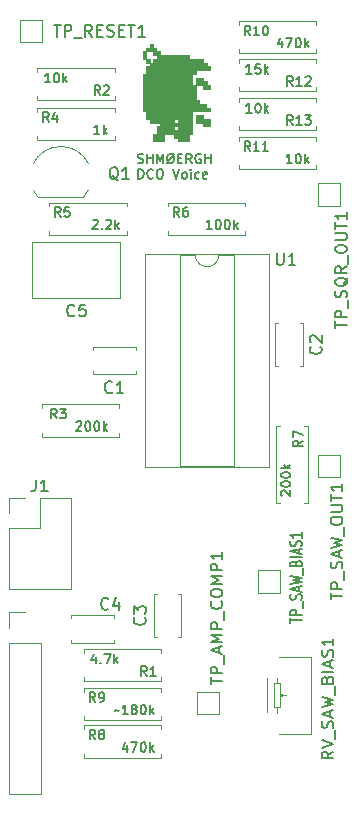
<source format=gto>
G04 #@! TF.GenerationSoftware,KiCad,Pcbnew,7.0.2-0*
G04 #@! TF.CreationDate,2023-05-29T19:58:27+02:00*
G04 #@! TF.ProjectId,shmoergh-funk-live-voice,73686d6f-6572-4676-982d-66756e6b2d6c,rev?*
G04 #@! TF.SameCoordinates,Original*
G04 #@! TF.FileFunction,Legend,Top*
G04 #@! TF.FilePolarity,Positive*
%FSLAX46Y46*%
G04 Gerber Fmt 4.6, Leading zero omitted, Abs format (unit mm)*
G04 Created by KiCad (PCBNEW 7.0.2-0) date 2023-05-29 19:58:27*
%MOMM*%
%LPD*%
G01*
G04 APERTURE LIST*
%ADD10C,0.150000*%
%ADD11C,0.120000*%
%ADD12C,0.010000*%
%ADD13C,1.600000*%
%ADD14O,1.600000X1.600000*%
%ADD15C,1.400000*%
%ADD16C,1.620000*%
%ADD17R,1.500000X1.500000*%
%ADD18C,1.500000*%
%ADD19R,1.700000X1.700000*%
%ADD20O,1.700000X1.700000*%
%ADD21R,2.400000X1.600000*%
%ADD22O,2.400000X1.600000*%
G04 APERTURE END LIST*
D10*
X136423380Y-63211000D02*
X136537666Y-63249095D01*
X136537666Y-63249095D02*
X136728142Y-63249095D01*
X136728142Y-63249095D02*
X136804333Y-63211000D01*
X136804333Y-63211000D02*
X136842428Y-63172904D01*
X136842428Y-63172904D02*
X136880523Y-63096714D01*
X136880523Y-63096714D02*
X136880523Y-63020523D01*
X136880523Y-63020523D02*
X136842428Y-62944333D01*
X136842428Y-62944333D02*
X136804333Y-62906238D01*
X136804333Y-62906238D02*
X136728142Y-62868142D01*
X136728142Y-62868142D02*
X136575761Y-62830047D01*
X136575761Y-62830047D02*
X136499571Y-62791952D01*
X136499571Y-62791952D02*
X136461476Y-62753857D01*
X136461476Y-62753857D02*
X136423380Y-62677666D01*
X136423380Y-62677666D02*
X136423380Y-62601476D01*
X136423380Y-62601476D02*
X136461476Y-62525285D01*
X136461476Y-62525285D02*
X136499571Y-62487190D01*
X136499571Y-62487190D02*
X136575761Y-62449095D01*
X136575761Y-62449095D02*
X136766238Y-62449095D01*
X136766238Y-62449095D02*
X136880523Y-62487190D01*
X137223381Y-63249095D02*
X137223381Y-62449095D01*
X137223381Y-62830047D02*
X137680524Y-62830047D01*
X137680524Y-63249095D02*
X137680524Y-62449095D01*
X138061476Y-63249095D02*
X138061476Y-62449095D01*
X138061476Y-62449095D02*
X138328142Y-63020523D01*
X138328142Y-63020523D02*
X138594809Y-62449095D01*
X138594809Y-62449095D02*
X138594809Y-63249095D01*
X139509095Y-62449095D02*
X138899571Y-63249095D01*
X139128143Y-63249095D02*
X139051952Y-63211000D01*
X139051952Y-63211000D02*
X138975762Y-63134809D01*
X138975762Y-63134809D02*
X138937666Y-62982428D01*
X138937666Y-62982428D02*
X138937666Y-62715761D01*
X138937666Y-62715761D02*
X138975762Y-62563380D01*
X138975762Y-62563380D02*
X139051952Y-62487190D01*
X139051952Y-62487190D02*
X139128143Y-62449095D01*
X139128143Y-62449095D02*
X139280524Y-62449095D01*
X139280524Y-62449095D02*
X139356714Y-62487190D01*
X139356714Y-62487190D02*
X139432905Y-62563380D01*
X139432905Y-62563380D02*
X139471000Y-62715761D01*
X139471000Y-62715761D02*
X139471000Y-62982428D01*
X139471000Y-62982428D02*
X139432905Y-63134809D01*
X139432905Y-63134809D02*
X139356714Y-63211000D01*
X139356714Y-63211000D02*
X139280524Y-63249095D01*
X139280524Y-63249095D02*
X139128143Y-63249095D01*
X139813857Y-62830047D02*
X140080523Y-62830047D01*
X140194809Y-63249095D02*
X139813857Y-63249095D01*
X139813857Y-63249095D02*
X139813857Y-62449095D01*
X139813857Y-62449095D02*
X140194809Y-62449095D01*
X140994810Y-63249095D02*
X140728143Y-62868142D01*
X140537667Y-63249095D02*
X140537667Y-62449095D01*
X140537667Y-62449095D02*
X140842429Y-62449095D01*
X140842429Y-62449095D02*
X140918619Y-62487190D01*
X140918619Y-62487190D02*
X140956714Y-62525285D01*
X140956714Y-62525285D02*
X140994810Y-62601476D01*
X140994810Y-62601476D02*
X140994810Y-62715761D01*
X140994810Y-62715761D02*
X140956714Y-62791952D01*
X140956714Y-62791952D02*
X140918619Y-62830047D01*
X140918619Y-62830047D02*
X140842429Y-62868142D01*
X140842429Y-62868142D02*
X140537667Y-62868142D01*
X141756714Y-62487190D02*
X141680524Y-62449095D01*
X141680524Y-62449095D02*
X141566238Y-62449095D01*
X141566238Y-62449095D02*
X141451952Y-62487190D01*
X141451952Y-62487190D02*
X141375762Y-62563380D01*
X141375762Y-62563380D02*
X141337667Y-62639571D01*
X141337667Y-62639571D02*
X141299571Y-62791952D01*
X141299571Y-62791952D02*
X141299571Y-62906238D01*
X141299571Y-62906238D02*
X141337667Y-63058619D01*
X141337667Y-63058619D02*
X141375762Y-63134809D01*
X141375762Y-63134809D02*
X141451952Y-63211000D01*
X141451952Y-63211000D02*
X141566238Y-63249095D01*
X141566238Y-63249095D02*
X141642429Y-63249095D01*
X141642429Y-63249095D02*
X141756714Y-63211000D01*
X141756714Y-63211000D02*
X141794810Y-63172904D01*
X141794810Y-63172904D02*
X141794810Y-62906238D01*
X141794810Y-62906238D02*
X141642429Y-62906238D01*
X142137667Y-63249095D02*
X142137667Y-62449095D01*
X142137667Y-62830047D02*
X142594810Y-62830047D01*
X142594810Y-63249095D02*
X142594810Y-62449095D01*
X136461476Y-64545095D02*
X136461476Y-63745095D01*
X136461476Y-63745095D02*
X136651952Y-63745095D01*
X136651952Y-63745095D02*
X136766238Y-63783190D01*
X136766238Y-63783190D02*
X136842428Y-63859380D01*
X136842428Y-63859380D02*
X136880523Y-63935571D01*
X136880523Y-63935571D02*
X136918619Y-64087952D01*
X136918619Y-64087952D02*
X136918619Y-64202238D01*
X136918619Y-64202238D02*
X136880523Y-64354619D01*
X136880523Y-64354619D02*
X136842428Y-64430809D01*
X136842428Y-64430809D02*
X136766238Y-64507000D01*
X136766238Y-64507000D02*
X136651952Y-64545095D01*
X136651952Y-64545095D02*
X136461476Y-64545095D01*
X137718619Y-64468904D02*
X137680523Y-64507000D01*
X137680523Y-64507000D02*
X137566238Y-64545095D01*
X137566238Y-64545095D02*
X137490047Y-64545095D01*
X137490047Y-64545095D02*
X137375761Y-64507000D01*
X137375761Y-64507000D02*
X137299571Y-64430809D01*
X137299571Y-64430809D02*
X137261476Y-64354619D01*
X137261476Y-64354619D02*
X137223380Y-64202238D01*
X137223380Y-64202238D02*
X137223380Y-64087952D01*
X137223380Y-64087952D02*
X137261476Y-63935571D01*
X137261476Y-63935571D02*
X137299571Y-63859380D01*
X137299571Y-63859380D02*
X137375761Y-63783190D01*
X137375761Y-63783190D02*
X137490047Y-63745095D01*
X137490047Y-63745095D02*
X137566238Y-63745095D01*
X137566238Y-63745095D02*
X137680523Y-63783190D01*
X137680523Y-63783190D02*
X137718619Y-63821285D01*
X138213857Y-63745095D02*
X138366238Y-63745095D01*
X138366238Y-63745095D02*
X138442428Y-63783190D01*
X138442428Y-63783190D02*
X138518619Y-63859380D01*
X138518619Y-63859380D02*
X138556714Y-64011761D01*
X138556714Y-64011761D02*
X138556714Y-64278428D01*
X138556714Y-64278428D02*
X138518619Y-64430809D01*
X138518619Y-64430809D02*
X138442428Y-64507000D01*
X138442428Y-64507000D02*
X138366238Y-64545095D01*
X138366238Y-64545095D02*
X138213857Y-64545095D01*
X138213857Y-64545095D02*
X138137666Y-64507000D01*
X138137666Y-64507000D02*
X138061476Y-64430809D01*
X138061476Y-64430809D02*
X138023380Y-64278428D01*
X138023380Y-64278428D02*
X138023380Y-64011761D01*
X138023380Y-64011761D02*
X138061476Y-63859380D01*
X138061476Y-63859380D02*
X138137666Y-63783190D01*
X138137666Y-63783190D02*
X138213857Y-63745095D01*
X139394809Y-63745095D02*
X139661476Y-64545095D01*
X139661476Y-64545095D02*
X139928142Y-63745095D01*
X140309094Y-64545095D02*
X140232904Y-64507000D01*
X140232904Y-64507000D02*
X140194809Y-64468904D01*
X140194809Y-64468904D02*
X140156713Y-64392714D01*
X140156713Y-64392714D02*
X140156713Y-64164142D01*
X140156713Y-64164142D02*
X140194809Y-64087952D01*
X140194809Y-64087952D02*
X140232904Y-64049857D01*
X140232904Y-64049857D02*
X140309094Y-64011761D01*
X140309094Y-64011761D02*
X140423380Y-64011761D01*
X140423380Y-64011761D02*
X140499571Y-64049857D01*
X140499571Y-64049857D02*
X140537666Y-64087952D01*
X140537666Y-64087952D02*
X140575761Y-64164142D01*
X140575761Y-64164142D02*
X140575761Y-64392714D01*
X140575761Y-64392714D02*
X140537666Y-64468904D01*
X140537666Y-64468904D02*
X140499571Y-64507000D01*
X140499571Y-64507000D02*
X140423380Y-64545095D01*
X140423380Y-64545095D02*
X140309094Y-64545095D01*
X140918619Y-64545095D02*
X140918619Y-64011761D01*
X140918619Y-63745095D02*
X140880523Y-63783190D01*
X140880523Y-63783190D02*
X140918619Y-63821285D01*
X140918619Y-63821285D02*
X140956714Y-63783190D01*
X140956714Y-63783190D02*
X140918619Y-63745095D01*
X140918619Y-63745095D02*
X140918619Y-63821285D01*
X141642428Y-64507000D02*
X141566237Y-64545095D01*
X141566237Y-64545095D02*
X141413856Y-64545095D01*
X141413856Y-64545095D02*
X141337666Y-64507000D01*
X141337666Y-64507000D02*
X141299571Y-64468904D01*
X141299571Y-64468904D02*
X141261475Y-64392714D01*
X141261475Y-64392714D02*
X141261475Y-64164142D01*
X141261475Y-64164142D02*
X141299571Y-64087952D01*
X141299571Y-64087952D02*
X141337666Y-64049857D01*
X141337666Y-64049857D02*
X141413856Y-64011761D01*
X141413856Y-64011761D02*
X141566237Y-64011761D01*
X141566237Y-64011761D02*
X141642428Y-64049857D01*
X142290047Y-64507000D02*
X142213856Y-64545095D01*
X142213856Y-64545095D02*
X142061475Y-64545095D01*
X142061475Y-64545095D02*
X141985285Y-64507000D01*
X141985285Y-64507000D02*
X141947189Y-64430809D01*
X141947189Y-64430809D02*
X141947189Y-64126047D01*
X141947189Y-64126047D02*
X141985285Y-64049857D01*
X141985285Y-64049857D02*
X142061475Y-64011761D01*
X142061475Y-64011761D02*
X142213856Y-64011761D01*
X142213856Y-64011761D02*
X142290047Y-64049857D01*
X142290047Y-64049857D02*
X142328142Y-64126047D01*
X142328142Y-64126047D02*
X142328142Y-64202238D01*
X142328142Y-64202238D02*
X141947189Y-64278428D01*
X129894619Y-67765095D02*
X129627952Y-67384142D01*
X129437476Y-67765095D02*
X129437476Y-66965095D01*
X129437476Y-66965095D02*
X129742238Y-66965095D01*
X129742238Y-66965095D02*
X129818428Y-67003190D01*
X129818428Y-67003190D02*
X129856523Y-67041285D01*
X129856523Y-67041285D02*
X129894619Y-67117476D01*
X129894619Y-67117476D02*
X129894619Y-67231761D01*
X129894619Y-67231761D02*
X129856523Y-67307952D01*
X129856523Y-67307952D02*
X129818428Y-67346047D01*
X129818428Y-67346047D02*
X129742238Y-67384142D01*
X129742238Y-67384142D02*
X129437476Y-67384142D01*
X130618428Y-66965095D02*
X130237476Y-66965095D01*
X130237476Y-66965095D02*
X130199380Y-67346047D01*
X130199380Y-67346047D02*
X130237476Y-67307952D01*
X130237476Y-67307952D02*
X130313666Y-67269857D01*
X130313666Y-67269857D02*
X130504142Y-67269857D01*
X130504142Y-67269857D02*
X130580333Y-67307952D01*
X130580333Y-67307952D02*
X130618428Y-67346047D01*
X130618428Y-67346047D02*
X130656523Y-67422238D01*
X130656523Y-67422238D02*
X130656523Y-67612714D01*
X130656523Y-67612714D02*
X130618428Y-67688904D01*
X130618428Y-67688904D02*
X130580333Y-67727000D01*
X130580333Y-67727000D02*
X130504142Y-67765095D01*
X130504142Y-67765095D02*
X130313666Y-67765095D01*
X130313666Y-67765095D02*
X130237476Y-67727000D01*
X130237476Y-67727000D02*
X130199380Y-67688904D01*
X132596999Y-68091285D02*
X132635095Y-68053190D01*
X132635095Y-68053190D02*
X132711285Y-68015095D01*
X132711285Y-68015095D02*
X132901761Y-68015095D01*
X132901761Y-68015095D02*
X132977952Y-68053190D01*
X132977952Y-68053190D02*
X133016047Y-68091285D01*
X133016047Y-68091285D02*
X133054142Y-68167476D01*
X133054142Y-68167476D02*
X133054142Y-68243666D01*
X133054142Y-68243666D02*
X133016047Y-68357952D01*
X133016047Y-68357952D02*
X132558904Y-68815095D01*
X132558904Y-68815095D02*
X133054142Y-68815095D01*
X133397000Y-68738904D02*
X133435095Y-68777000D01*
X133435095Y-68777000D02*
X133397000Y-68815095D01*
X133397000Y-68815095D02*
X133358904Y-68777000D01*
X133358904Y-68777000D02*
X133397000Y-68738904D01*
X133397000Y-68738904D02*
X133397000Y-68815095D01*
X133739856Y-68091285D02*
X133777952Y-68053190D01*
X133777952Y-68053190D02*
X133854142Y-68015095D01*
X133854142Y-68015095D02*
X134044618Y-68015095D01*
X134044618Y-68015095D02*
X134120809Y-68053190D01*
X134120809Y-68053190D02*
X134158904Y-68091285D01*
X134158904Y-68091285D02*
X134196999Y-68167476D01*
X134196999Y-68167476D02*
X134196999Y-68243666D01*
X134196999Y-68243666D02*
X134158904Y-68357952D01*
X134158904Y-68357952D02*
X133701761Y-68815095D01*
X133701761Y-68815095D02*
X134196999Y-68815095D01*
X134539857Y-68815095D02*
X134539857Y-68015095D01*
X134616047Y-68510333D02*
X134844619Y-68815095D01*
X134844619Y-68281761D02*
X134539857Y-68586523D01*
X137173714Y-106651131D02*
X136907047Y-106270178D01*
X136716571Y-106651131D02*
X136716571Y-105851131D01*
X136716571Y-105851131D02*
X137021333Y-105851131D01*
X137021333Y-105851131D02*
X137097523Y-105889226D01*
X137097523Y-105889226D02*
X137135618Y-105927321D01*
X137135618Y-105927321D02*
X137173714Y-106003512D01*
X137173714Y-106003512D02*
X137173714Y-106117797D01*
X137173714Y-106117797D02*
X137135618Y-106193988D01*
X137135618Y-106193988D02*
X137097523Y-106232083D01*
X137097523Y-106232083D02*
X137021333Y-106270178D01*
X137021333Y-106270178D02*
X136716571Y-106270178D01*
X137935618Y-106651131D02*
X137478475Y-106651131D01*
X137707047Y-106651131D02*
X137707047Y-105851131D01*
X137707047Y-105851131D02*
X137630856Y-105965416D01*
X137630856Y-105965416D02*
X137554666Y-106041607D01*
X137554666Y-106041607D02*
X137478475Y-106079702D01*
X132871333Y-105067797D02*
X132871333Y-105601131D01*
X132680857Y-104763036D02*
X132490380Y-105334464D01*
X132490380Y-105334464D02*
X132985619Y-105334464D01*
X133290381Y-105524940D02*
X133328476Y-105563036D01*
X133328476Y-105563036D02*
X133290381Y-105601131D01*
X133290381Y-105601131D02*
X133252285Y-105563036D01*
X133252285Y-105563036D02*
X133290381Y-105524940D01*
X133290381Y-105524940D02*
X133290381Y-105601131D01*
X133595142Y-104801131D02*
X134128476Y-104801131D01*
X134128476Y-104801131D02*
X133785618Y-105601131D01*
X134433238Y-105601131D02*
X134433238Y-104801131D01*
X134509428Y-105296369D02*
X134738000Y-105601131D01*
X134738000Y-105067797D02*
X134433238Y-105372559D01*
X131064333Y-76130380D02*
X131016714Y-76178000D01*
X131016714Y-76178000D02*
X130873857Y-76225619D01*
X130873857Y-76225619D02*
X130778619Y-76225619D01*
X130778619Y-76225619D02*
X130635762Y-76178000D01*
X130635762Y-76178000D02*
X130540524Y-76082761D01*
X130540524Y-76082761D02*
X130492905Y-75987523D01*
X130492905Y-75987523D02*
X130445286Y-75797047D01*
X130445286Y-75797047D02*
X130445286Y-75654190D01*
X130445286Y-75654190D02*
X130492905Y-75463714D01*
X130492905Y-75463714D02*
X130540524Y-75368476D01*
X130540524Y-75368476D02*
X130635762Y-75273238D01*
X130635762Y-75273238D02*
X130778619Y-75225619D01*
X130778619Y-75225619D02*
X130873857Y-75225619D01*
X130873857Y-75225619D02*
X131016714Y-75273238D01*
X131016714Y-75273238D02*
X131064333Y-75320857D01*
X131969095Y-75225619D02*
X131492905Y-75225619D01*
X131492905Y-75225619D02*
X131445286Y-75701809D01*
X131445286Y-75701809D02*
X131492905Y-75654190D01*
X131492905Y-75654190D02*
X131588143Y-75606571D01*
X131588143Y-75606571D02*
X131826238Y-75606571D01*
X131826238Y-75606571D02*
X131921476Y-75654190D01*
X131921476Y-75654190D02*
X131969095Y-75701809D01*
X131969095Y-75701809D02*
X132016714Y-75797047D01*
X132016714Y-75797047D02*
X132016714Y-76035142D01*
X132016714Y-76035142D02*
X131969095Y-76130380D01*
X131969095Y-76130380D02*
X131921476Y-76178000D01*
X131921476Y-76178000D02*
X131826238Y-76225619D01*
X131826238Y-76225619D02*
X131588143Y-76225619D01*
X131588143Y-76225619D02*
X131492905Y-76178000D01*
X131492905Y-76178000D02*
X131445286Y-76130380D01*
X149322619Y-102155143D02*
X149322619Y-101726572D01*
X150322619Y-101940857D02*
X149322619Y-101940857D01*
X150322619Y-101476571D02*
X149322619Y-101476571D01*
X149322619Y-101476571D02*
X149322619Y-101190857D01*
X149322619Y-101190857D02*
X149370238Y-101119428D01*
X149370238Y-101119428D02*
X149417857Y-101083714D01*
X149417857Y-101083714D02*
X149513095Y-101048000D01*
X149513095Y-101048000D02*
X149655952Y-101048000D01*
X149655952Y-101048000D02*
X149751190Y-101083714D01*
X149751190Y-101083714D02*
X149798809Y-101119428D01*
X149798809Y-101119428D02*
X149846428Y-101190857D01*
X149846428Y-101190857D02*
X149846428Y-101476571D01*
X150417857Y-100905143D02*
X150417857Y-100333714D01*
X150275000Y-100190856D02*
X150322619Y-100083714D01*
X150322619Y-100083714D02*
X150322619Y-99905142D01*
X150322619Y-99905142D02*
X150275000Y-99833714D01*
X150275000Y-99833714D02*
X150227380Y-99797999D01*
X150227380Y-99797999D02*
X150132142Y-99762285D01*
X150132142Y-99762285D02*
X150036904Y-99762285D01*
X150036904Y-99762285D02*
X149941666Y-99797999D01*
X149941666Y-99797999D02*
X149894047Y-99833714D01*
X149894047Y-99833714D02*
X149846428Y-99905142D01*
X149846428Y-99905142D02*
X149798809Y-100047999D01*
X149798809Y-100047999D02*
X149751190Y-100119428D01*
X149751190Y-100119428D02*
X149703571Y-100155142D01*
X149703571Y-100155142D02*
X149608333Y-100190856D01*
X149608333Y-100190856D02*
X149513095Y-100190856D01*
X149513095Y-100190856D02*
X149417857Y-100155142D01*
X149417857Y-100155142D02*
X149370238Y-100119428D01*
X149370238Y-100119428D02*
X149322619Y-100047999D01*
X149322619Y-100047999D02*
X149322619Y-99869428D01*
X149322619Y-99869428D02*
X149370238Y-99762285D01*
X150036904Y-99476570D02*
X150036904Y-99119428D01*
X150322619Y-99547999D02*
X149322619Y-99297999D01*
X149322619Y-99297999D02*
X150322619Y-99047999D01*
X149322619Y-98869428D02*
X150322619Y-98690856D01*
X150322619Y-98690856D02*
X149608333Y-98547999D01*
X149608333Y-98547999D02*
X150322619Y-98405142D01*
X150322619Y-98405142D02*
X149322619Y-98226571D01*
X150417857Y-98119428D02*
X150417857Y-97547999D01*
X149798809Y-97119427D02*
X149846428Y-97012284D01*
X149846428Y-97012284D02*
X149894047Y-96976570D01*
X149894047Y-96976570D02*
X149989285Y-96940856D01*
X149989285Y-96940856D02*
X150132142Y-96940856D01*
X150132142Y-96940856D02*
X150227380Y-96976570D01*
X150227380Y-96976570D02*
X150275000Y-97012284D01*
X150275000Y-97012284D02*
X150322619Y-97083713D01*
X150322619Y-97083713D02*
X150322619Y-97369427D01*
X150322619Y-97369427D02*
X149322619Y-97369427D01*
X149322619Y-97369427D02*
X149322619Y-97119427D01*
X149322619Y-97119427D02*
X149370238Y-97047999D01*
X149370238Y-97047999D02*
X149417857Y-97012284D01*
X149417857Y-97012284D02*
X149513095Y-96976570D01*
X149513095Y-96976570D02*
X149608333Y-96976570D01*
X149608333Y-96976570D02*
X149703571Y-97012284D01*
X149703571Y-97012284D02*
X149751190Y-97047999D01*
X149751190Y-97047999D02*
X149798809Y-97119427D01*
X149798809Y-97119427D02*
X149798809Y-97369427D01*
X150322619Y-96619427D02*
X149322619Y-96619427D01*
X150036904Y-96297998D02*
X150036904Y-95940856D01*
X150322619Y-96369427D02*
X149322619Y-96119427D01*
X149322619Y-96119427D02*
X150322619Y-95869427D01*
X150275000Y-95655141D02*
X150322619Y-95547999D01*
X150322619Y-95547999D02*
X150322619Y-95369427D01*
X150322619Y-95369427D02*
X150275000Y-95297999D01*
X150275000Y-95297999D02*
X150227380Y-95262284D01*
X150227380Y-95262284D02*
X150132142Y-95226570D01*
X150132142Y-95226570D02*
X150036904Y-95226570D01*
X150036904Y-95226570D02*
X149941666Y-95262284D01*
X149941666Y-95262284D02*
X149894047Y-95297999D01*
X149894047Y-95297999D02*
X149846428Y-95369427D01*
X149846428Y-95369427D02*
X149798809Y-95512284D01*
X149798809Y-95512284D02*
X149751190Y-95583713D01*
X149751190Y-95583713D02*
X149703571Y-95619427D01*
X149703571Y-95619427D02*
X149608333Y-95655141D01*
X149608333Y-95655141D02*
X149513095Y-95655141D01*
X149513095Y-95655141D02*
X149417857Y-95619427D01*
X149417857Y-95619427D02*
X149370238Y-95583713D01*
X149370238Y-95583713D02*
X149322619Y-95512284D01*
X149322619Y-95512284D02*
X149322619Y-95333713D01*
X149322619Y-95333713D02*
X149370238Y-95226570D01*
X150322619Y-94512284D02*
X150322619Y-94940855D01*
X150322619Y-94726570D02*
X149322619Y-94726570D01*
X149322619Y-94726570D02*
X149465476Y-94797998D01*
X149465476Y-94797998D02*
X149560714Y-94869427D01*
X149560714Y-94869427D02*
X149608333Y-94940855D01*
X145939619Y-52398095D02*
X145672952Y-52017142D01*
X145482476Y-52398095D02*
X145482476Y-51598095D01*
X145482476Y-51598095D02*
X145787238Y-51598095D01*
X145787238Y-51598095D02*
X145863428Y-51636190D01*
X145863428Y-51636190D02*
X145901523Y-51674285D01*
X145901523Y-51674285D02*
X145939619Y-51750476D01*
X145939619Y-51750476D02*
X145939619Y-51864761D01*
X145939619Y-51864761D02*
X145901523Y-51940952D01*
X145901523Y-51940952D02*
X145863428Y-51979047D01*
X145863428Y-51979047D02*
X145787238Y-52017142D01*
X145787238Y-52017142D02*
X145482476Y-52017142D01*
X146701523Y-52398095D02*
X146244380Y-52398095D01*
X146472952Y-52398095D02*
X146472952Y-51598095D01*
X146472952Y-51598095D02*
X146396761Y-51712380D01*
X146396761Y-51712380D02*
X146320571Y-51788571D01*
X146320571Y-51788571D02*
X146244380Y-51826666D01*
X147196762Y-51598095D02*
X147272952Y-51598095D01*
X147272952Y-51598095D02*
X147349143Y-51636190D01*
X147349143Y-51636190D02*
X147387238Y-51674285D01*
X147387238Y-51674285D02*
X147425333Y-51750476D01*
X147425333Y-51750476D02*
X147463428Y-51902857D01*
X147463428Y-51902857D02*
X147463428Y-52093333D01*
X147463428Y-52093333D02*
X147425333Y-52245714D01*
X147425333Y-52245714D02*
X147387238Y-52321904D01*
X147387238Y-52321904D02*
X147349143Y-52360000D01*
X147349143Y-52360000D02*
X147272952Y-52398095D01*
X147272952Y-52398095D02*
X147196762Y-52398095D01*
X147196762Y-52398095D02*
X147120571Y-52360000D01*
X147120571Y-52360000D02*
X147082476Y-52321904D01*
X147082476Y-52321904D02*
X147044381Y-52245714D01*
X147044381Y-52245714D02*
X147006285Y-52093333D01*
X147006285Y-52093333D02*
X147006285Y-51902857D01*
X147006285Y-51902857D02*
X147044381Y-51750476D01*
X147044381Y-51750476D02*
X147082476Y-51674285D01*
X147082476Y-51674285D02*
X147120571Y-51636190D01*
X147120571Y-51636190D02*
X147196762Y-51598095D01*
X148641999Y-52914761D02*
X148641999Y-53448095D01*
X148451523Y-52610000D02*
X148261046Y-53181428D01*
X148261046Y-53181428D02*
X148756285Y-53181428D01*
X148984856Y-52648095D02*
X149518190Y-52648095D01*
X149518190Y-52648095D02*
X149175332Y-53448095D01*
X149975333Y-52648095D02*
X150051523Y-52648095D01*
X150051523Y-52648095D02*
X150127714Y-52686190D01*
X150127714Y-52686190D02*
X150165809Y-52724285D01*
X150165809Y-52724285D02*
X150203904Y-52800476D01*
X150203904Y-52800476D02*
X150241999Y-52952857D01*
X150241999Y-52952857D02*
X150241999Y-53143333D01*
X150241999Y-53143333D02*
X150203904Y-53295714D01*
X150203904Y-53295714D02*
X150165809Y-53371904D01*
X150165809Y-53371904D02*
X150127714Y-53410000D01*
X150127714Y-53410000D02*
X150051523Y-53448095D01*
X150051523Y-53448095D02*
X149975333Y-53448095D01*
X149975333Y-53448095D02*
X149899142Y-53410000D01*
X149899142Y-53410000D02*
X149861047Y-53371904D01*
X149861047Y-53371904D02*
X149822952Y-53295714D01*
X149822952Y-53295714D02*
X149784856Y-53143333D01*
X149784856Y-53143333D02*
X149784856Y-52952857D01*
X149784856Y-52952857D02*
X149822952Y-52800476D01*
X149822952Y-52800476D02*
X149861047Y-52724285D01*
X149861047Y-52724285D02*
X149899142Y-52686190D01*
X149899142Y-52686190D02*
X149975333Y-52648095D01*
X150584857Y-53448095D02*
X150584857Y-52648095D01*
X150661047Y-53143333D02*
X150889619Y-53448095D01*
X150889619Y-52914761D02*
X150584857Y-53219523D01*
X139927619Y-67765095D02*
X139660952Y-67384142D01*
X139470476Y-67765095D02*
X139470476Y-66965095D01*
X139470476Y-66965095D02*
X139775238Y-66965095D01*
X139775238Y-66965095D02*
X139851428Y-67003190D01*
X139851428Y-67003190D02*
X139889523Y-67041285D01*
X139889523Y-67041285D02*
X139927619Y-67117476D01*
X139927619Y-67117476D02*
X139927619Y-67231761D01*
X139927619Y-67231761D02*
X139889523Y-67307952D01*
X139889523Y-67307952D02*
X139851428Y-67346047D01*
X139851428Y-67346047D02*
X139775238Y-67384142D01*
X139775238Y-67384142D02*
X139470476Y-67384142D01*
X140613333Y-66965095D02*
X140460952Y-66965095D01*
X140460952Y-66965095D02*
X140384761Y-67003190D01*
X140384761Y-67003190D02*
X140346666Y-67041285D01*
X140346666Y-67041285D02*
X140270476Y-67155571D01*
X140270476Y-67155571D02*
X140232380Y-67307952D01*
X140232380Y-67307952D02*
X140232380Y-67612714D01*
X140232380Y-67612714D02*
X140270476Y-67688904D01*
X140270476Y-67688904D02*
X140308571Y-67727000D01*
X140308571Y-67727000D02*
X140384761Y-67765095D01*
X140384761Y-67765095D02*
X140537142Y-67765095D01*
X140537142Y-67765095D02*
X140613333Y-67727000D01*
X140613333Y-67727000D02*
X140651428Y-67688904D01*
X140651428Y-67688904D02*
X140689523Y-67612714D01*
X140689523Y-67612714D02*
X140689523Y-67422238D01*
X140689523Y-67422238D02*
X140651428Y-67346047D01*
X140651428Y-67346047D02*
X140613333Y-67307952D01*
X140613333Y-67307952D02*
X140537142Y-67269857D01*
X140537142Y-67269857D02*
X140384761Y-67269857D01*
X140384761Y-67269857D02*
X140308571Y-67307952D01*
X140308571Y-67307952D02*
X140270476Y-67346047D01*
X140270476Y-67346047D02*
X140232380Y-67422238D01*
X142706189Y-68815095D02*
X142249046Y-68815095D01*
X142477618Y-68815095D02*
X142477618Y-68015095D01*
X142477618Y-68015095D02*
X142401427Y-68129380D01*
X142401427Y-68129380D02*
X142325237Y-68205571D01*
X142325237Y-68205571D02*
X142249046Y-68243666D01*
X143201428Y-68015095D02*
X143277618Y-68015095D01*
X143277618Y-68015095D02*
X143353809Y-68053190D01*
X143353809Y-68053190D02*
X143391904Y-68091285D01*
X143391904Y-68091285D02*
X143429999Y-68167476D01*
X143429999Y-68167476D02*
X143468094Y-68319857D01*
X143468094Y-68319857D02*
X143468094Y-68510333D01*
X143468094Y-68510333D02*
X143429999Y-68662714D01*
X143429999Y-68662714D02*
X143391904Y-68738904D01*
X143391904Y-68738904D02*
X143353809Y-68777000D01*
X143353809Y-68777000D02*
X143277618Y-68815095D01*
X143277618Y-68815095D02*
X143201428Y-68815095D01*
X143201428Y-68815095D02*
X143125237Y-68777000D01*
X143125237Y-68777000D02*
X143087142Y-68738904D01*
X143087142Y-68738904D02*
X143049047Y-68662714D01*
X143049047Y-68662714D02*
X143010951Y-68510333D01*
X143010951Y-68510333D02*
X143010951Y-68319857D01*
X143010951Y-68319857D02*
X143049047Y-68167476D01*
X143049047Y-68167476D02*
X143087142Y-68091285D01*
X143087142Y-68091285D02*
X143125237Y-68053190D01*
X143125237Y-68053190D02*
X143201428Y-68015095D01*
X143963333Y-68015095D02*
X144039523Y-68015095D01*
X144039523Y-68015095D02*
X144115714Y-68053190D01*
X144115714Y-68053190D02*
X144153809Y-68091285D01*
X144153809Y-68091285D02*
X144191904Y-68167476D01*
X144191904Y-68167476D02*
X144229999Y-68319857D01*
X144229999Y-68319857D02*
X144229999Y-68510333D01*
X144229999Y-68510333D02*
X144191904Y-68662714D01*
X144191904Y-68662714D02*
X144153809Y-68738904D01*
X144153809Y-68738904D02*
X144115714Y-68777000D01*
X144115714Y-68777000D02*
X144039523Y-68815095D01*
X144039523Y-68815095D02*
X143963333Y-68815095D01*
X143963333Y-68815095D02*
X143887142Y-68777000D01*
X143887142Y-68777000D02*
X143849047Y-68738904D01*
X143849047Y-68738904D02*
X143810952Y-68662714D01*
X143810952Y-68662714D02*
X143772856Y-68510333D01*
X143772856Y-68510333D02*
X143772856Y-68319857D01*
X143772856Y-68319857D02*
X143810952Y-68167476D01*
X143810952Y-68167476D02*
X143849047Y-68091285D01*
X143849047Y-68091285D02*
X143887142Y-68053190D01*
X143887142Y-68053190D02*
X143963333Y-68015095D01*
X144572857Y-68815095D02*
X144572857Y-68015095D01*
X144649047Y-68510333D02*
X144877619Y-68815095D01*
X144877619Y-68281761D02*
X144572857Y-68586523D01*
X133945333Y-100951380D02*
X133897714Y-100999000D01*
X133897714Y-100999000D02*
X133754857Y-101046619D01*
X133754857Y-101046619D02*
X133659619Y-101046619D01*
X133659619Y-101046619D02*
X133516762Y-100999000D01*
X133516762Y-100999000D02*
X133421524Y-100903761D01*
X133421524Y-100903761D02*
X133373905Y-100808523D01*
X133373905Y-100808523D02*
X133326286Y-100618047D01*
X133326286Y-100618047D02*
X133326286Y-100475190D01*
X133326286Y-100475190D02*
X133373905Y-100284714D01*
X133373905Y-100284714D02*
X133421524Y-100189476D01*
X133421524Y-100189476D02*
X133516762Y-100094238D01*
X133516762Y-100094238D02*
X133659619Y-100046619D01*
X133659619Y-100046619D02*
X133754857Y-100046619D01*
X133754857Y-100046619D02*
X133897714Y-100094238D01*
X133897714Y-100094238D02*
X133945333Y-100141857D01*
X134802476Y-100379952D02*
X134802476Y-101046619D01*
X134564381Y-99999000D02*
X134326286Y-100713285D01*
X134326286Y-100713285D02*
X134945333Y-100713285D01*
X153132619Y-77215380D02*
X153132619Y-76643952D01*
X154132619Y-76929666D02*
X153132619Y-76929666D01*
X154132619Y-76310618D02*
X153132619Y-76310618D01*
X153132619Y-76310618D02*
X153132619Y-75929666D01*
X153132619Y-75929666D02*
X153180238Y-75834428D01*
X153180238Y-75834428D02*
X153227857Y-75786809D01*
X153227857Y-75786809D02*
X153323095Y-75739190D01*
X153323095Y-75739190D02*
X153465952Y-75739190D01*
X153465952Y-75739190D02*
X153561190Y-75786809D01*
X153561190Y-75786809D02*
X153608809Y-75834428D01*
X153608809Y-75834428D02*
X153656428Y-75929666D01*
X153656428Y-75929666D02*
X153656428Y-76310618D01*
X154227857Y-75548714D02*
X154227857Y-74786809D01*
X154085000Y-74596332D02*
X154132619Y-74453475D01*
X154132619Y-74453475D02*
X154132619Y-74215380D01*
X154132619Y-74215380D02*
X154085000Y-74120142D01*
X154085000Y-74120142D02*
X154037380Y-74072523D01*
X154037380Y-74072523D02*
X153942142Y-74024904D01*
X153942142Y-74024904D02*
X153846904Y-74024904D01*
X153846904Y-74024904D02*
X153751666Y-74072523D01*
X153751666Y-74072523D02*
X153704047Y-74120142D01*
X153704047Y-74120142D02*
X153656428Y-74215380D01*
X153656428Y-74215380D02*
X153608809Y-74405856D01*
X153608809Y-74405856D02*
X153561190Y-74501094D01*
X153561190Y-74501094D02*
X153513571Y-74548713D01*
X153513571Y-74548713D02*
X153418333Y-74596332D01*
X153418333Y-74596332D02*
X153323095Y-74596332D01*
X153323095Y-74596332D02*
X153227857Y-74548713D01*
X153227857Y-74548713D02*
X153180238Y-74501094D01*
X153180238Y-74501094D02*
X153132619Y-74405856D01*
X153132619Y-74405856D02*
X153132619Y-74167761D01*
X153132619Y-74167761D02*
X153180238Y-74024904D01*
X154227857Y-72929666D02*
X154180238Y-73024904D01*
X154180238Y-73024904D02*
X154085000Y-73120142D01*
X154085000Y-73120142D02*
X153942142Y-73262999D01*
X153942142Y-73262999D02*
X153894523Y-73358237D01*
X153894523Y-73358237D02*
X153894523Y-73453475D01*
X154132619Y-73405856D02*
X154085000Y-73501094D01*
X154085000Y-73501094D02*
X153989761Y-73596332D01*
X153989761Y-73596332D02*
X153799285Y-73643951D01*
X153799285Y-73643951D02*
X153465952Y-73643951D01*
X153465952Y-73643951D02*
X153275476Y-73596332D01*
X153275476Y-73596332D02*
X153180238Y-73501094D01*
X153180238Y-73501094D02*
X153132619Y-73405856D01*
X153132619Y-73405856D02*
X153132619Y-73215380D01*
X153132619Y-73215380D02*
X153180238Y-73120142D01*
X153180238Y-73120142D02*
X153275476Y-73024904D01*
X153275476Y-73024904D02*
X153465952Y-72977285D01*
X153465952Y-72977285D02*
X153799285Y-72977285D01*
X153799285Y-72977285D02*
X153989761Y-73024904D01*
X153989761Y-73024904D02*
X154085000Y-73120142D01*
X154085000Y-73120142D02*
X154132619Y-73215380D01*
X154132619Y-73215380D02*
X154132619Y-73405856D01*
X154132619Y-71977285D02*
X153656428Y-72310618D01*
X154132619Y-72548713D02*
X153132619Y-72548713D01*
X153132619Y-72548713D02*
X153132619Y-72167761D01*
X153132619Y-72167761D02*
X153180238Y-72072523D01*
X153180238Y-72072523D02*
X153227857Y-72024904D01*
X153227857Y-72024904D02*
X153323095Y-71977285D01*
X153323095Y-71977285D02*
X153465952Y-71977285D01*
X153465952Y-71977285D02*
X153561190Y-72024904D01*
X153561190Y-72024904D02*
X153608809Y-72072523D01*
X153608809Y-72072523D02*
X153656428Y-72167761D01*
X153656428Y-72167761D02*
X153656428Y-72548713D01*
X154227857Y-71786809D02*
X154227857Y-71024904D01*
X153132619Y-70596332D02*
X153132619Y-70405856D01*
X153132619Y-70405856D02*
X153180238Y-70310618D01*
X153180238Y-70310618D02*
X153275476Y-70215380D01*
X153275476Y-70215380D02*
X153465952Y-70167761D01*
X153465952Y-70167761D02*
X153799285Y-70167761D01*
X153799285Y-70167761D02*
X153989761Y-70215380D01*
X153989761Y-70215380D02*
X154085000Y-70310618D01*
X154085000Y-70310618D02*
X154132619Y-70405856D01*
X154132619Y-70405856D02*
X154132619Y-70596332D01*
X154132619Y-70596332D02*
X154085000Y-70691570D01*
X154085000Y-70691570D02*
X153989761Y-70786808D01*
X153989761Y-70786808D02*
X153799285Y-70834427D01*
X153799285Y-70834427D02*
X153465952Y-70834427D01*
X153465952Y-70834427D02*
X153275476Y-70786808D01*
X153275476Y-70786808D02*
X153180238Y-70691570D01*
X153180238Y-70691570D02*
X153132619Y-70596332D01*
X153132619Y-69739189D02*
X153942142Y-69739189D01*
X153942142Y-69739189D02*
X154037380Y-69691570D01*
X154037380Y-69691570D02*
X154085000Y-69643951D01*
X154085000Y-69643951D02*
X154132619Y-69548713D01*
X154132619Y-69548713D02*
X154132619Y-69358237D01*
X154132619Y-69358237D02*
X154085000Y-69262999D01*
X154085000Y-69262999D02*
X154037380Y-69215380D01*
X154037380Y-69215380D02*
X153942142Y-69167761D01*
X153942142Y-69167761D02*
X153132619Y-69167761D01*
X153132619Y-68834427D02*
X153132619Y-68262999D01*
X154132619Y-68548713D02*
X153132619Y-68548713D01*
X154132619Y-67405856D02*
X154132619Y-67977284D01*
X154132619Y-67691570D02*
X153132619Y-67691570D01*
X153132619Y-67691570D02*
X153275476Y-67786808D01*
X153275476Y-67786808D02*
X153370714Y-67882046D01*
X153370714Y-67882046D02*
X153418333Y-67977284D01*
X149535809Y-56702423D02*
X149269142Y-56321470D01*
X149078666Y-56702423D02*
X149078666Y-55902423D01*
X149078666Y-55902423D02*
X149383428Y-55902423D01*
X149383428Y-55902423D02*
X149459618Y-55940518D01*
X149459618Y-55940518D02*
X149497713Y-55978613D01*
X149497713Y-55978613D02*
X149535809Y-56054804D01*
X149535809Y-56054804D02*
X149535809Y-56169089D01*
X149535809Y-56169089D02*
X149497713Y-56245280D01*
X149497713Y-56245280D02*
X149459618Y-56283375D01*
X149459618Y-56283375D02*
X149383428Y-56321470D01*
X149383428Y-56321470D02*
X149078666Y-56321470D01*
X150297713Y-56702423D02*
X149840570Y-56702423D01*
X150069142Y-56702423D02*
X150069142Y-55902423D01*
X150069142Y-55902423D02*
X149992951Y-56016708D01*
X149992951Y-56016708D02*
X149916761Y-56092899D01*
X149916761Y-56092899D02*
X149840570Y-56130994D01*
X150602475Y-55978613D02*
X150640571Y-55940518D01*
X150640571Y-55940518D02*
X150716761Y-55902423D01*
X150716761Y-55902423D02*
X150907237Y-55902423D01*
X150907237Y-55902423D02*
X150983428Y-55940518D01*
X150983428Y-55940518D02*
X151021523Y-55978613D01*
X151021523Y-55978613D02*
X151059618Y-56054804D01*
X151059618Y-56054804D02*
X151059618Y-56130994D01*
X151059618Y-56130994D02*
X151021523Y-56245280D01*
X151021523Y-56245280D02*
X150564380Y-56702423D01*
X150564380Y-56702423D02*
X151059618Y-56702423D01*
X146071523Y-55652423D02*
X145614380Y-55652423D01*
X145842952Y-55652423D02*
X145842952Y-54852423D01*
X145842952Y-54852423D02*
X145766761Y-54966708D01*
X145766761Y-54966708D02*
X145690571Y-55042899D01*
X145690571Y-55042899D02*
X145614380Y-55080994D01*
X146795333Y-54852423D02*
X146414381Y-54852423D01*
X146414381Y-54852423D02*
X146376285Y-55233375D01*
X146376285Y-55233375D02*
X146414381Y-55195280D01*
X146414381Y-55195280D02*
X146490571Y-55157185D01*
X146490571Y-55157185D02*
X146681047Y-55157185D01*
X146681047Y-55157185D02*
X146757238Y-55195280D01*
X146757238Y-55195280D02*
X146795333Y-55233375D01*
X146795333Y-55233375D02*
X146833428Y-55309566D01*
X146833428Y-55309566D02*
X146833428Y-55500042D01*
X146833428Y-55500042D02*
X146795333Y-55576232D01*
X146795333Y-55576232D02*
X146757238Y-55614328D01*
X146757238Y-55614328D02*
X146681047Y-55652423D01*
X146681047Y-55652423D02*
X146490571Y-55652423D01*
X146490571Y-55652423D02*
X146414381Y-55614328D01*
X146414381Y-55614328D02*
X146376285Y-55576232D01*
X147176286Y-55652423D02*
X147176286Y-54852423D01*
X147252476Y-55347661D02*
X147481048Y-55652423D01*
X147481048Y-55119089D02*
X147176286Y-55423851D01*
X129552619Y-84850131D02*
X129285952Y-84469178D01*
X129095476Y-84850131D02*
X129095476Y-84050131D01*
X129095476Y-84050131D02*
X129400238Y-84050131D01*
X129400238Y-84050131D02*
X129476428Y-84088226D01*
X129476428Y-84088226D02*
X129514523Y-84126321D01*
X129514523Y-84126321D02*
X129552619Y-84202512D01*
X129552619Y-84202512D02*
X129552619Y-84316797D01*
X129552619Y-84316797D02*
X129514523Y-84392988D01*
X129514523Y-84392988D02*
X129476428Y-84431083D01*
X129476428Y-84431083D02*
X129400238Y-84469178D01*
X129400238Y-84469178D02*
X129095476Y-84469178D01*
X129819285Y-84050131D02*
X130314523Y-84050131D01*
X130314523Y-84050131D02*
X130047857Y-84354893D01*
X130047857Y-84354893D02*
X130162142Y-84354893D01*
X130162142Y-84354893D02*
X130238333Y-84392988D01*
X130238333Y-84392988D02*
X130276428Y-84431083D01*
X130276428Y-84431083D02*
X130314523Y-84507274D01*
X130314523Y-84507274D02*
X130314523Y-84697750D01*
X130314523Y-84697750D02*
X130276428Y-84773940D01*
X130276428Y-84773940D02*
X130238333Y-84812036D01*
X130238333Y-84812036D02*
X130162142Y-84850131D01*
X130162142Y-84850131D02*
X129933571Y-84850131D01*
X129933571Y-84850131D02*
X129857380Y-84812036D01*
X129857380Y-84812036D02*
X129819285Y-84773940D01*
X131204046Y-85176321D02*
X131242142Y-85138226D01*
X131242142Y-85138226D02*
X131318332Y-85100131D01*
X131318332Y-85100131D02*
X131508808Y-85100131D01*
X131508808Y-85100131D02*
X131584999Y-85138226D01*
X131584999Y-85138226D02*
X131623094Y-85176321D01*
X131623094Y-85176321D02*
X131661189Y-85252512D01*
X131661189Y-85252512D02*
X131661189Y-85328702D01*
X131661189Y-85328702D02*
X131623094Y-85442988D01*
X131623094Y-85442988D02*
X131165951Y-85900131D01*
X131165951Y-85900131D02*
X131661189Y-85900131D01*
X132156428Y-85100131D02*
X132232618Y-85100131D01*
X132232618Y-85100131D02*
X132308809Y-85138226D01*
X132308809Y-85138226D02*
X132346904Y-85176321D01*
X132346904Y-85176321D02*
X132384999Y-85252512D01*
X132384999Y-85252512D02*
X132423094Y-85404893D01*
X132423094Y-85404893D02*
X132423094Y-85595369D01*
X132423094Y-85595369D02*
X132384999Y-85747750D01*
X132384999Y-85747750D02*
X132346904Y-85823940D01*
X132346904Y-85823940D02*
X132308809Y-85862036D01*
X132308809Y-85862036D02*
X132232618Y-85900131D01*
X132232618Y-85900131D02*
X132156428Y-85900131D01*
X132156428Y-85900131D02*
X132080237Y-85862036D01*
X132080237Y-85862036D02*
X132042142Y-85823940D01*
X132042142Y-85823940D02*
X132004047Y-85747750D01*
X132004047Y-85747750D02*
X131965951Y-85595369D01*
X131965951Y-85595369D02*
X131965951Y-85404893D01*
X131965951Y-85404893D02*
X132004047Y-85252512D01*
X132004047Y-85252512D02*
X132042142Y-85176321D01*
X132042142Y-85176321D02*
X132080237Y-85138226D01*
X132080237Y-85138226D02*
X132156428Y-85100131D01*
X132918333Y-85100131D02*
X132994523Y-85100131D01*
X132994523Y-85100131D02*
X133070714Y-85138226D01*
X133070714Y-85138226D02*
X133108809Y-85176321D01*
X133108809Y-85176321D02*
X133146904Y-85252512D01*
X133146904Y-85252512D02*
X133184999Y-85404893D01*
X133184999Y-85404893D02*
X133184999Y-85595369D01*
X133184999Y-85595369D02*
X133146904Y-85747750D01*
X133146904Y-85747750D02*
X133108809Y-85823940D01*
X133108809Y-85823940D02*
X133070714Y-85862036D01*
X133070714Y-85862036D02*
X132994523Y-85900131D01*
X132994523Y-85900131D02*
X132918333Y-85900131D01*
X132918333Y-85900131D02*
X132842142Y-85862036D01*
X132842142Y-85862036D02*
X132804047Y-85823940D01*
X132804047Y-85823940D02*
X132765952Y-85747750D01*
X132765952Y-85747750D02*
X132727856Y-85595369D01*
X132727856Y-85595369D02*
X132727856Y-85404893D01*
X132727856Y-85404893D02*
X132765952Y-85252512D01*
X132765952Y-85252512D02*
X132804047Y-85176321D01*
X132804047Y-85176321D02*
X132842142Y-85138226D01*
X132842142Y-85138226D02*
X132918333Y-85100131D01*
X133527857Y-85900131D02*
X133527857Y-85100131D01*
X133604047Y-85595369D02*
X133832619Y-85900131D01*
X133832619Y-85366797D02*
X133527857Y-85671559D01*
X134252333Y-82617416D02*
X134204714Y-82665036D01*
X134204714Y-82665036D02*
X134061857Y-82712655D01*
X134061857Y-82712655D02*
X133966619Y-82712655D01*
X133966619Y-82712655D02*
X133823762Y-82665036D01*
X133823762Y-82665036D02*
X133728524Y-82569797D01*
X133728524Y-82569797D02*
X133680905Y-82474559D01*
X133680905Y-82474559D02*
X133633286Y-82284083D01*
X133633286Y-82284083D02*
X133633286Y-82141226D01*
X133633286Y-82141226D02*
X133680905Y-81950750D01*
X133680905Y-81950750D02*
X133728524Y-81855512D01*
X133728524Y-81855512D02*
X133823762Y-81760274D01*
X133823762Y-81760274D02*
X133966619Y-81712655D01*
X133966619Y-81712655D02*
X134061857Y-81712655D01*
X134061857Y-81712655D02*
X134204714Y-81760274D01*
X134204714Y-81760274D02*
X134252333Y-81807893D01*
X135204714Y-82712655D02*
X134633286Y-82712655D01*
X134919000Y-82712655D02*
X134919000Y-81712655D01*
X134919000Y-81712655D02*
X134823762Y-81855512D01*
X134823762Y-81855512D02*
X134728524Y-81950750D01*
X134728524Y-81950750D02*
X134633286Y-81998369D01*
X142591619Y-107346047D02*
X142591619Y-106774619D01*
X143591619Y-107060333D02*
X142591619Y-107060333D01*
X143591619Y-106441285D02*
X142591619Y-106441285D01*
X142591619Y-106441285D02*
X142591619Y-106060333D01*
X142591619Y-106060333D02*
X142639238Y-105965095D01*
X142639238Y-105965095D02*
X142686857Y-105917476D01*
X142686857Y-105917476D02*
X142782095Y-105869857D01*
X142782095Y-105869857D02*
X142924952Y-105869857D01*
X142924952Y-105869857D02*
X143020190Y-105917476D01*
X143020190Y-105917476D02*
X143067809Y-105965095D01*
X143067809Y-105965095D02*
X143115428Y-106060333D01*
X143115428Y-106060333D02*
X143115428Y-106441285D01*
X143686857Y-105679381D02*
X143686857Y-104917476D01*
X143305904Y-104726999D02*
X143305904Y-104250809D01*
X143591619Y-104822237D02*
X142591619Y-104488904D01*
X142591619Y-104488904D02*
X143591619Y-104155571D01*
X143591619Y-103822237D02*
X142591619Y-103822237D01*
X142591619Y-103822237D02*
X143305904Y-103488904D01*
X143305904Y-103488904D02*
X142591619Y-103155571D01*
X142591619Y-103155571D02*
X143591619Y-103155571D01*
X143591619Y-102679380D02*
X142591619Y-102679380D01*
X142591619Y-102679380D02*
X142591619Y-102298428D01*
X142591619Y-102298428D02*
X142639238Y-102203190D01*
X142639238Y-102203190D02*
X142686857Y-102155571D01*
X142686857Y-102155571D02*
X142782095Y-102107952D01*
X142782095Y-102107952D02*
X142924952Y-102107952D01*
X142924952Y-102107952D02*
X143020190Y-102155571D01*
X143020190Y-102155571D02*
X143067809Y-102203190D01*
X143067809Y-102203190D02*
X143115428Y-102298428D01*
X143115428Y-102298428D02*
X143115428Y-102679380D01*
X143686857Y-101917476D02*
X143686857Y-101155571D01*
X143496380Y-100346047D02*
X143544000Y-100393666D01*
X143544000Y-100393666D02*
X143591619Y-100536523D01*
X143591619Y-100536523D02*
X143591619Y-100631761D01*
X143591619Y-100631761D02*
X143544000Y-100774618D01*
X143544000Y-100774618D02*
X143448761Y-100869856D01*
X143448761Y-100869856D02*
X143353523Y-100917475D01*
X143353523Y-100917475D02*
X143163047Y-100965094D01*
X143163047Y-100965094D02*
X143020190Y-100965094D01*
X143020190Y-100965094D02*
X142829714Y-100917475D01*
X142829714Y-100917475D02*
X142734476Y-100869856D01*
X142734476Y-100869856D02*
X142639238Y-100774618D01*
X142639238Y-100774618D02*
X142591619Y-100631761D01*
X142591619Y-100631761D02*
X142591619Y-100536523D01*
X142591619Y-100536523D02*
X142639238Y-100393666D01*
X142639238Y-100393666D02*
X142686857Y-100346047D01*
X142591619Y-99726999D02*
X142591619Y-99536523D01*
X142591619Y-99536523D02*
X142639238Y-99441285D01*
X142639238Y-99441285D02*
X142734476Y-99346047D01*
X142734476Y-99346047D02*
X142924952Y-99298428D01*
X142924952Y-99298428D02*
X143258285Y-99298428D01*
X143258285Y-99298428D02*
X143448761Y-99346047D01*
X143448761Y-99346047D02*
X143544000Y-99441285D01*
X143544000Y-99441285D02*
X143591619Y-99536523D01*
X143591619Y-99536523D02*
X143591619Y-99726999D01*
X143591619Y-99726999D02*
X143544000Y-99822237D01*
X143544000Y-99822237D02*
X143448761Y-99917475D01*
X143448761Y-99917475D02*
X143258285Y-99965094D01*
X143258285Y-99965094D02*
X142924952Y-99965094D01*
X142924952Y-99965094D02*
X142734476Y-99917475D01*
X142734476Y-99917475D02*
X142639238Y-99822237D01*
X142639238Y-99822237D02*
X142591619Y-99726999D01*
X143591619Y-98869856D02*
X142591619Y-98869856D01*
X142591619Y-98869856D02*
X143305904Y-98536523D01*
X143305904Y-98536523D02*
X142591619Y-98203190D01*
X142591619Y-98203190D02*
X143591619Y-98203190D01*
X143591619Y-97726999D02*
X142591619Y-97726999D01*
X142591619Y-97726999D02*
X142591619Y-97346047D01*
X142591619Y-97346047D02*
X142639238Y-97250809D01*
X142639238Y-97250809D02*
X142686857Y-97203190D01*
X142686857Y-97203190D02*
X142782095Y-97155571D01*
X142782095Y-97155571D02*
X142924952Y-97155571D01*
X142924952Y-97155571D02*
X143020190Y-97203190D01*
X143020190Y-97203190D02*
X143067809Y-97250809D01*
X143067809Y-97250809D02*
X143115428Y-97346047D01*
X143115428Y-97346047D02*
X143115428Y-97726999D01*
X143591619Y-96203190D02*
X143591619Y-96774618D01*
X143591619Y-96488904D02*
X142591619Y-96488904D01*
X142591619Y-96488904D02*
X142734476Y-96584142D01*
X142734476Y-96584142D02*
X142829714Y-96679380D01*
X142829714Y-96679380D02*
X142877333Y-96774618D01*
X151892380Y-78779666D02*
X151940000Y-78827285D01*
X151940000Y-78827285D02*
X151987619Y-78970142D01*
X151987619Y-78970142D02*
X151987619Y-79065380D01*
X151987619Y-79065380D02*
X151940000Y-79208237D01*
X151940000Y-79208237D02*
X151844761Y-79303475D01*
X151844761Y-79303475D02*
X151749523Y-79351094D01*
X151749523Y-79351094D02*
X151559047Y-79398713D01*
X151559047Y-79398713D02*
X151416190Y-79398713D01*
X151416190Y-79398713D02*
X151225714Y-79351094D01*
X151225714Y-79351094D02*
X151130476Y-79303475D01*
X151130476Y-79303475D02*
X151035238Y-79208237D01*
X151035238Y-79208237D02*
X150987619Y-79065380D01*
X150987619Y-79065380D02*
X150987619Y-78970142D01*
X150987619Y-78970142D02*
X151035238Y-78827285D01*
X151035238Y-78827285D02*
X151082857Y-78779666D01*
X151082857Y-78398713D02*
X151035238Y-78351094D01*
X151035238Y-78351094D02*
X150987619Y-78255856D01*
X150987619Y-78255856D02*
X150987619Y-78017761D01*
X150987619Y-78017761D02*
X151035238Y-77922523D01*
X151035238Y-77922523D02*
X151082857Y-77874904D01*
X151082857Y-77874904D02*
X151178095Y-77827285D01*
X151178095Y-77827285D02*
X151273333Y-77827285D01*
X151273333Y-77827285D02*
X151416190Y-77874904D01*
X151416190Y-77874904D02*
X151987619Y-78446332D01*
X151987619Y-78446332D02*
X151987619Y-77827285D01*
X145939619Y-62206423D02*
X145672952Y-61825470D01*
X145482476Y-62206423D02*
X145482476Y-61406423D01*
X145482476Y-61406423D02*
X145787238Y-61406423D01*
X145787238Y-61406423D02*
X145863428Y-61444518D01*
X145863428Y-61444518D02*
X145901523Y-61482613D01*
X145901523Y-61482613D02*
X145939619Y-61558804D01*
X145939619Y-61558804D02*
X145939619Y-61673089D01*
X145939619Y-61673089D02*
X145901523Y-61749280D01*
X145901523Y-61749280D02*
X145863428Y-61787375D01*
X145863428Y-61787375D02*
X145787238Y-61825470D01*
X145787238Y-61825470D02*
X145482476Y-61825470D01*
X146701523Y-62206423D02*
X146244380Y-62206423D01*
X146472952Y-62206423D02*
X146472952Y-61406423D01*
X146472952Y-61406423D02*
X146396761Y-61520708D01*
X146396761Y-61520708D02*
X146320571Y-61596899D01*
X146320571Y-61596899D02*
X146244380Y-61634994D01*
X147463428Y-62206423D02*
X147006285Y-62206423D01*
X147234857Y-62206423D02*
X147234857Y-61406423D01*
X147234857Y-61406423D02*
X147158666Y-61520708D01*
X147158666Y-61520708D02*
X147082476Y-61596899D01*
X147082476Y-61596899D02*
X147006285Y-61634994D01*
X149480094Y-63256423D02*
X149022951Y-63256423D01*
X149251523Y-63256423D02*
X149251523Y-62456423D01*
X149251523Y-62456423D02*
X149175332Y-62570708D01*
X149175332Y-62570708D02*
X149099142Y-62646899D01*
X149099142Y-62646899D02*
X149022951Y-62684994D01*
X149975333Y-62456423D02*
X150051523Y-62456423D01*
X150051523Y-62456423D02*
X150127714Y-62494518D01*
X150127714Y-62494518D02*
X150165809Y-62532613D01*
X150165809Y-62532613D02*
X150203904Y-62608804D01*
X150203904Y-62608804D02*
X150241999Y-62761185D01*
X150241999Y-62761185D02*
X150241999Y-62951661D01*
X150241999Y-62951661D02*
X150203904Y-63104042D01*
X150203904Y-63104042D02*
X150165809Y-63180232D01*
X150165809Y-63180232D02*
X150127714Y-63218328D01*
X150127714Y-63218328D02*
X150051523Y-63256423D01*
X150051523Y-63256423D02*
X149975333Y-63256423D01*
X149975333Y-63256423D02*
X149899142Y-63218328D01*
X149899142Y-63218328D02*
X149861047Y-63180232D01*
X149861047Y-63180232D02*
X149822952Y-63104042D01*
X149822952Y-63104042D02*
X149784856Y-62951661D01*
X149784856Y-62951661D02*
X149784856Y-62761185D01*
X149784856Y-62761185D02*
X149822952Y-62608804D01*
X149822952Y-62608804D02*
X149861047Y-62532613D01*
X149861047Y-62532613D02*
X149899142Y-62494518D01*
X149899142Y-62494518D02*
X149975333Y-62456423D01*
X150584857Y-63256423D02*
X150584857Y-62456423D01*
X150661047Y-62951661D02*
X150889619Y-63256423D01*
X150889619Y-62723089D02*
X150584857Y-63027851D01*
X152989619Y-113061190D02*
X152513428Y-113394523D01*
X152989619Y-113632618D02*
X151989619Y-113632618D01*
X151989619Y-113632618D02*
X151989619Y-113251666D01*
X151989619Y-113251666D02*
X152037238Y-113156428D01*
X152037238Y-113156428D02*
X152084857Y-113108809D01*
X152084857Y-113108809D02*
X152180095Y-113061190D01*
X152180095Y-113061190D02*
X152322952Y-113061190D01*
X152322952Y-113061190D02*
X152418190Y-113108809D01*
X152418190Y-113108809D02*
X152465809Y-113156428D01*
X152465809Y-113156428D02*
X152513428Y-113251666D01*
X152513428Y-113251666D02*
X152513428Y-113632618D01*
X151989619Y-112775475D02*
X152989619Y-112442142D01*
X152989619Y-112442142D02*
X151989619Y-112108809D01*
X153084857Y-112013571D02*
X153084857Y-111251666D01*
X152942000Y-111061189D02*
X152989619Y-110918332D01*
X152989619Y-110918332D02*
X152989619Y-110680237D01*
X152989619Y-110680237D02*
X152942000Y-110584999D01*
X152942000Y-110584999D02*
X152894380Y-110537380D01*
X152894380Y-110537380D02*
X152799142Y-110489761D01*
X152799142Y-110489761D02*
X152703904Y-110489761D01*
X152703904Y-110489761D02*
X152608666Y-110537380D01*
X152608666Y-110537380D02*
X152561047Y-110584999D01*
X152561047Y-110584999D02*
X152513428Y-110680237D01*
X152513428Y-110680237D02*
X152465809Y-110870713D01*
X152465809Y-110870713D02*
X152418190Y-110965951D01*
X152418190Y-110965951D02*
X152370571Y-111013570D01*
X152370571Y-111013570D02*
X152275333Y-111061189D01*
X152275333Y-111061189D02*
X152180095Y-111061189D01*
X152180095Y-111061189D02*
X152084857Y-111013570D01*
X152084857Y-111013570D02*
X152037238Y-110965951D01*
X152037238Y-110965951D02*
X151989619Y-110870713D01*
X151989619Y-110870713D02*
X151989619Y-110632618D01*
X151989619Y-110632618D02*
X152037238Y-110489761D01*
X152703904Y-110108808D02*
X152703904Y-109632618D01*
X152989619Y-110204046D02*
X151989619Y-109870713D01*
X151989619Y-109870713D02*
X152989619Y-109537380D01*
X151989619Y-109299284D02*
X152989619Y-109061189D01*
X152989619Y-109061189D02*
X152275333Y-108870713D01*
X152275333Y-108870713D02*
X152989619Y-108680237D01*
X152989619Y-108680237D02*
X151989619Y-108442142D01*
X153084857Y-108299285D02*
X153084857Y-107537380D01*
X152465809Y-106965951D02*
X152513428Y-106823094D01*
X152513428Y-106823094D02*
X152561047Y-106775475D01*
X152561047Y-106775475D02*
X152656285Y-106727856D01*
X152656285Y-106727856D02*
X152799142Y-106727856D01*
X152799142Y-106727856D02*
X152894380Y-106775475D01*
X152894380Y-106775475D02*
X152942000Y-106823094D01*
X152942000Y-106823094D02*
X152989619Y-106918332D01*
X152989619Y-106918332D02*
X152989619Y-107299284D01*
X152989619Y-107299284D02*
X151989619Y-107299284D01*
X151989619Y-107299284D02*
X151989619Y-106965951D01*
X151989619Y-106965951D02*
X152037238Y-106870713D01*
X152037238Y-106870713D02*
X152084857Y-106823094D01*
X152084857Y-106823094D02*
X152180095Y-106775475D01*
X152180095Y-106775475D02*
X152275333Y-106775475D01*
X152275333Y-106775475D02*
X152370571Y-106823094D01*
X152370571Y-106823094D02*
X152418190Y-106870713D01*
X152418190Y-106870713D02*
X152465809Y-106965951D01*
X152465809Y-106965951D02*
X152465809Y-107299284D01*
X152989619Y-106299284D02*
X151989619Y-106299284D01*
X152703904Y-105870713D02*
X152703904Y-105394523D01*
X152989619Y-105965951D02*
X151989619Y-105632618D01*
X151989619Y-105632618D02*
X152989619Y-105299285D01*
X152942000Y-105013570D02*
X152989619Y-104870713D01*
X152989619Y-104870713D02*
X152989619Y-104632618D01*
X152989619Y-104632618D02*
X152942000Y-104537380D01*
X152942000Y-104537380D02*
X152894380Y-104489761D01*
X152894380Y-104489761D02*
X152799142Y-104442142D01*
X152799142Y-104442142D02*
X152703904Y-104442142D01*
X152703904Y-104442142D02*
X152608666Y-104489761D01*
X152608666Y-104489761D02*
X152561047Y-104537380D01*
X152561047Y-104537380D02*
X152513428Y-104632618D01*
X152513428Y-104632618D02*
X152465809Y-104823094D01*
X152465809Y-104823094D02*
X152418190Y-104918332D01*
X152418190Y-104918332D02*
X152370571Y-104965951D01*
X152370571Y-104965951D02*
X152275333Y-105013570D01*
X152275333Y-105013570D02*
X152180095Y-105013570D01*
X152180095Y-105013570D02*
X152084857Y-104965951D01*
X152084857Y-104965951D02*
X152037238Y-104918332D01*
X152037238Y-104918332D02*
X151989619Y-104823094D01*
X151989619Y-104823094D02*
X151989619Y-104584999D01*
X151989619Y-104584999D02*
X152037238Y-104442142D01*
X152989619Y-103489761D02*
X152989619Y-104061189D01*
X152989619Y-103775475D02*
X151989619Y-103775475D01*
X151989619Y-103775475D02*
X152132476Y-103870713D01*
X152132476Y-103870713D02*
X152227714Y-103965951D01*
X152227714Y-103965951D02*
X152275333Y-104061189D01*
X137005380Y-101706702D02*
X137053000Y-101754321D01*
X137053000Y-101754321D02*
X137100619Y-101897178D01*
X137100619Y-101897178D02*
X137100619Y-101992416D01*
X137100619Y-101992416D02*
X137053000Y-102135273D01*
X137053000Y-102135273D02*
X136957761Y-102230511D01*
X136957761Y-102230511D02*
X136862523Y-102278130D01*
X136862523Y-102278130D02*
X136672047Y-102325749D01*
X136672047Y-102325749D02*
X136529190Y-102325749D01*
X136529190Y-102325749D02*
X136338714Y-102278130D01*
X136338714Y-102278130D02*
X136243476Y-102230511D01*
X136243476Y-102230511D02*
X136148238Y-102135273D01*
X136148238Y-102135273D02*
X136100619Y-101992416D01*
X136100619Y-101992416D02*
X136100619Y-101897178D01*
X136100619Y-101897178D02*
X136148238Y-101754321D01*
X136148238Y-101754321D02*
X136195857Y-101706702D01*
X136100619Y-101373368D02*
X136100619Y-100754321D01*
X136100619Y-100754321D02*
X136481571Y-101087654D01*
X136481571Y-101087654D02*
X136481571Y-100944797D01*
X136481571Y-100944797D02*
X136529190Y-100849559D01*
X136529190Y-100849559D02*
X136576809Y-100801940D01*
X136576809Y-100801940D02*
X136672047Y-100754321D01*
X136672047Y-100754321D02*
X136910142Y-100754321D01*
X136910142Y-100754321D02*
X137005380Y-100801940D01*
X137005380Y-100801940D02*
X137053000Y-100849559D01*
X137053000Y-100849559D02*
X137100619Y-100944797D01*
X137100619Y-100944797D02*
X137100619Y-101230511D01*
X137100619Y-101230511D02*
X137053000Y-101325749D01*
X137053000Y-101325749D02*
X137005380Y-101373368D01*
X152751619Y-100178571D02*
X152751619Y-99607143D01*
X153751619Y-99892857D02*
X152751619Y-99892857D01*
X153751619Y-99273809D02*
X152751619Y-99273809D01*
X152751619Y-99273809D02*
X152751619Y-98892857D01*
X152751619Y-98892857D02*
X152799238Y-98797619D01*
X152799238Y-98797619D02*
X152846857Y-98750000D01*
X152846857Y-98750000D02*
X152942095Y-98702381D01*
X152942095Y-98702381D02*
X153084952Y-98702381D01*
X153084952Y-98702381D02*
X153180190Y-98750000D01*
X153180190Y-98750000D02*
X153227809Y-98797619D01*
X153227809Y-98797619D02*
X153275428Y-98892857D01*
X153275428Y-98892857D02*
X153275428Y-99273809D01*
X153846857Y-98511905D02*
X153846857Y-97750000D01*
X153704000Y-97559523D02*
X153751619Y-97416666D01*
X153751619Y-97416666D02*
X153751619Y-97178571D01*
X153751619Y-97178571D02*
X153704000Y-97083333D01*
X153704000Y-97083333D02*
X153656380Y-97035714D01*
X153656380Y-97035714D02*
X153561142Y-96988095D01*
X153561142Y-96988095D02*
X153465904Y-96988095D01*
X153465904Y-96988095D02*
X153370666Y-97035714D01*
X153370666Y-97035714D02*
X153323047Y-97083333D01*
X153323047Y-97083333D02*
X153275428Y-97178571D01*
X153275428Y-97178571D02*
X153227809Y-97369047D01*
X153227809Y-97369047D02*
X153180190Y-97464285D01*
X153180190Y-97464285D02*
X153132571Y-97511904D01*
X153132571Y-97511904D02*
X153037333Y-97559523D01*
X153037333Y-97559523D02*
X152942095Y-97559523D01*
X152942095Y-97559523D02*
X152846857Y-97511904D01*
X152846857Y-97511904D02*
X152799238Y-97464285D01*
X152799238Y-97464285D02*
X152751619Y-97369047D01*
X152751619Y-97369047D02*
X152751619Y-97130952D01*
X152751619Y-97130952D02*
X152799238Y-96988095D01*
X153465904Y-96607142D02*
X153465904Y-96130952D01*
X153751619Y-96702380D02*
X152751619Y-96369047D01*
X152751619Y-96369047D02*
X153751619Y-96035714D01*
X152751619Y-95797618D02*
X153751619Y-95559523D01*
X153751619Y-95559523D02*
X153037333Y-95369047D01*
X153037333Y-95369047D02*
X153751619Y-95178571D01*
X153751619Y-95178571D02*
X152751619Y-94940476D01*
X153846857Y-94797619D02*
X153846857Y-94035714D01*
X152751619Y-93607142D02*
X152751619Y-93416666D01*
X152751619Y-93416666D02*
X152799238Y-93321428D01*
X152799238Y-93321428D02*
X152894476Y-93226190D01*
X152894476Y-93226190D02*
X153084952Y-93178571D01*
X153084952Y-93178571D02*
X153418285Y-93178571D01*
X153418285Y-93178571D02*
X153608761Y-93226190D01*
X153608761Y-93226190D02*
X153704000Y-93321428D01*
X153704000Y-93321428D02*
X153751619Y-93416666D01*
X153751619Y-93416666D02*
X153751619Y-93607142D01*
X153751619Y-93607142D02*
X153704000Y-93702380D01*
X153704000Y-93702380D02*
X153608761Y-93797618D01*
X153608761Y-93797618D02*
X153418285Y-93845237D01*
X153418285Y-93845237D02*
X153084952Y-93845237D01*
X153084952Y-93845237D02*
X152894476Y-93797618D01*
X152894476Y-93797618D02*
X152799238Y-93702380D01*
X152799238Y-93702380D02*
X152751619Y-93607142D01*
X152751619Y-92749999D02*
X153561142Y-92749999D01*
X153561142Y-92749999D02*
X153656380Y-92702380D01*
X153656380Y-92702380D02*
X153704000Y-92654761D01*
X153704000Y-92654761D02*
X153751619Y-92559523D01*
X153751619Y-92559523D02*
X153751619Y-92369047D01*
X153751619Y-92369047D02*
X153704000Y-92273809D01*
X153704000Y-92273809D02*
X153656380Y-92226190D01*
X153656380Y-92226190D02*
X153561142Y-92178571D01*
X153561142Y-92178571D02*
X152751619Y-92178571D01*
X152751619Y-91845237D02*
X152751619Y-91273809D01*
X153751619Y-91559523D02*
X152751619Y-91559523D01*
X153751619Y-90416666D02*
X153751619Y-90988094D01*
X153751619Y-90702380D02*
X152751619Y-90702380D01*
X152751619Y-90702380D02*
X152894476Y-90797618D01*
X152894476Y-90797618D02*
X152989714Y-90892856D01*
X152989714Y-90892856D02*
X153037333Y-90988094D01*
X128883436Y-59733459D02*
X128616769Y-59352506D01*
X128426293Y-59733459D02*
X128426293Y-58933459D01*
X128426293Y-58933459D02*
X128731055Y-58933459D01*
X128731055Y-58933459D02*
X128807245Y-58971554D01*
X128807245Y-58971554D02*
X128845340Y-59009649D01*
X128845340Y-59009649D02*
X128883436Y-59085840D01*
X128883436Y-59085840D02*
X128883436Y-59200125D01*
X128883436Y-59200125D02*
X128845340Y-59276316D01*
X128845340Y-59276316D02*
X128807245Y-59314411D01*
X128807245Y-59314411D02*
X128731055Y-59352506D01*
X128731055Y-59352506D02*
X128426293Y-59352506D01*
X129569150Y-59200125D02*
X129569150Y-59733459D01*
X129378674Y-58895364D02*
X129188197Y-59466792D01*
X129188197Y-59466792D02*
X129683436Y-59466792D01*
X133185816Y-60783459D02*
X132728673Y-60783459D01*
X132957245Y-60783459D02*
X132957245Y-59983459D01*
X132957245Y-59983459D02*
X132881054Y-60097744D01*
X132881054Y-60097744D02*
X132804864Y-60173935D01*
X132804864Y-60173935D02*
X132728673Y-60212030D01*
X133528674Y-60783459D02*
X133528674Y-59983459D01*
X133604864Y-60478697D02*
X133833436Y-60783459D01*
X133833436Y-60250125D02*
X133528674Y-60554887D01*
X129318238Y-51532619D02*
X129889666Y-51532619D01*
X129603952Y-52532619D02*
X129603952Y-51532619D01*
X130223000Y-52532619D02*
X130223000Y-51532619D01*
X130223000Y-51532619D02*
X130603952Y-51532619D01*
X130603952Y-51532619D02*
X130699190Y-51580238D01*
X130699190Y-51580238D02*
X130746809Y-51627857D01*
X130746809Y-51627857D02*
X130794428Y-51723095D01*
X130794428Y-51723095D02*
X130794428Y-51865952D01*
X130794428Y-51865952D02*
X130746809Y-51961190D01*
X130746809Y-51961190D02*
X130699190Y-52008809D01*
X130699190Y-52008809D02*
X130603952Y-52056428D01*
X130603952Y-52056428D02*
X130223000Y-52056428D01*
X130984905Y-52627857D02*
X131746809Y-52627857D01*
X132556333Y-52532619D02*
X132223000Y-52056428D01*
X131984905Y-52532619D02*
X131984905Y-51532619D01*
X131984905Y-51532619D02*
X132365857Y-51532619D01*
X132365857Y-51532619D02*
X132461095Y-51580238D01*
X132461095Y-51580238D02*
X132508714Y-51627857D01*
X132508714Y-51627857D02*
X132556333Y-51723095D01*
X132556333Y-51723095D02*
X132556333Y-51865952D01*
X132556333Y-51865952D02*
X132508714Y-51961190D01*
X132508714Y-51961190D02*
X132461095Y-52008809D01*
X132461095Y-52008809D02*
X132365857Y-52056428D01*
X132365857Y-52056428D02*
X131984905Y-52056428D01*
X132984905Y-52008809D02*
X133318238Y-52008809D01*
X133461095Y-52532619D02*
X132984905Y-52532619D01*
X132984905Y-52532619D02*
X132984905Y-51532619D01*
X132984905Y-51532619D02*
X133461095Y-51532619D01*
X133842048Y-52485000D02*
X133984905Y-52532619D01*
X133984905Y-52532619D02*
X134223000Y-52532619D01*
X134223000Y-52532619D02*
X134318238Y-52485000D01*
X134318238Y-52485000D02*
X134365857Y-52437380D01*
X134365857Y-52437380D02*
X134413476Y-52342142D01*
X134413476Y-52342142D02*
X134413476Y-52246904D01*
X134413476Y-52246904D02*
X134365857Y-52151666D01*
X134365857Y-52151666D02*
X134318238Y-52104047D01*
X134318238Y-52104047D02*
X134223000Y-52056428D01*
X134223000Y-52056428D02*
X134032524Y-52008809D01*
X134032524Y-52008809D02*
X133937286Y-51961190D01*
X133937286Y-51961190D02*
X133889667Y-51913571D01*
X133889667Y-51913571D02*
X133842048Y-51818333D01*
X133842048Y-51818333D02*
X133842048Y-51723095D01*
X133842048Y-51723095D02*
X133889667Y-51627857D01*
X133889667Y-51627857D02*
X133937286Y-51580238D01*
X133937286Y-51580238D02*
X134032524Y-51532619D01*
X134032524Y-51532619D02*
X134270619Y-51532619D01*
X134270619Y-51532619D02*
X134413476Y-51580238D01*
X134842048Y-52008809D02*
X135175381Y-52008809D01*
X135318238Y-52532619D02*
X134842048Y-52532619D01*
X134842048Y-52532619D02*
X134842048Y-51532619D01*
X134842048Y-51532619D02*
X135318238Y-51532619D01*
X135603953Y-51532619D02*
X136175381Y-51532619D01*
X135889667Y-52532619D02*
X135889667Y-51532619D01*
X137032524Y-52532619D02*
X136461096Y-52532619D01*
X136746810Y-52532619D02*
X136746810Y-51532619D01*
X136746810Y-51532619D02*
X136651572Y-51675476D01*
X136651572Y-51675476D02*
X136556334Y-51770714D01*
X136556334Y-51770714D02*
X136461096Y-51818333D01*
X132815619Y-108853131D02*
X132548952Y-108472178D01*
X132358476Y-108853131D02*
X132358476Y-108053131D01*
X132358476Y-108053131D02*
X132663238Y-108053131D01*
X132663238Y-108053131D02*
X132739428Y-108091226D01*
X132739428Y-108091226D02*
X132777523Y-108129321D01*
X132777523Y-108129321D02*
X132815619Y-108205512D01*
X132815619Y-108205512D02*
X132815619Y-108319797D01*
X132815619Y-108319797D02*
X132777523Y-108395988D01*
X132777523Y-108395988D02*
X132739428Y-108434083D01*
X132739428Y-108434083D02*
X132663238Y-108472178D01*
X132663238Y-108472178D02*
X132358476Y-108472178D01*
X133196571Y-108853131D02*
X133348952Y-108853131D01*
X133348952Y-108853131D02*
X133425142Y-108815036D01*
X133425142Y-108815036D02*
X133463238Y-108776940D01*
X133463238Y-108776940D02*
X133539428Y-108662655D01*
X133539428Y-108662655D02*
X133577523Y-108510274D01*
X133577523Y-108510274D02*
X133577523Y-108205512D01*
X133577523Y-108205512D02*
X133539428Y-108129321D01*
X133539428Y-108129321D02*
X133501333Y-108091226D01*
X133501333Y-108091226D02*
X133425142Y-108053131D01*
X133425142Y-108053131D02*
X133272761Y-108053131D01*
X133272761Y-108053131D02*
X133196571Y-108091226D01*
X133196571Y-108091226D02*
X133158476Y-108129321D01*
X133158476Y-108129321D02*
X133120380Y-108205512D01*
X133120380Y-108205512D02*
X133120380Y-108395988D01*
X133120380Y-108395988D02*
X133158476Y-108472178D01*
X133158476Y-108472178D02*
X133196571Y-108510274D01*
X133196571Y-108510274D02*
X133272761Y-108548369D01*
X133272761Y-108548369D02*
X133425142Y-108548369D01*
X133425142Y-108548369D02*
X133501333Y-108510274D01*
X133501333Y-108510274D02*
X133539428Y-108472178D01*
X133539428Y-108472178D02*
X133577523Y-108395988D01*
X134489427Y-109598369D02*
X134527522Y-109560274D01*
X134527522Y-109560274D02*
X134603713Y-109522178D01*
X134603713Y-109522178D02*
X134756094Y-109598369D01*
X134756094Y-109598369D02*
X134832284Y-109560274D01*
X134832284Y-109560274D02*
X134870379Y-109522178D01*
X135594189Y-109903131D02*
X135137046Y-109903131D01*
X135365618Y-109903131D02*
X135365618Y-109103131D01*
X135365618Y-109103131D02*
X135289427Y-109217416D01*
X135289427Y-109217416D02*
X135213237Y-109293607D01*
X135213237Y-109293607D02*
X135137046Y-109331702D01*
X136051332Y-109445988D02*
X135975142Y-109407893D01*
X135975142Y-109407893D02*
X135937047Y-109369797D01*
X135937047Y-109369797D02*
X135898951Y-109293607D01*
X135898951Y-109293607D02*
X135898951Y-109255512D01*
X135898951Y-109255512D02*
X135937047Y-109179321D01*
X135937047Y-109179321D02*
X135975142Y-109141226D01*
X135975142Y-109141226D02*
X136051332Y-109103131D01*
X136051332Y-109103131D02*
X136203713Y-109103131D01*
X136203713Y-109103131D02*
X136279904Y-109141226D01*
X136279904Y-109141226D02*
X136317999Y-109179321D01*
X136317999Y-109179321D02*
X136356094Y-109255512D01*
X136356094Y-109255512D02*
X136356094Y-109293607D01*
X136356094Y-109293607D02*
X136317999Y-109369797D01*
X136317999Y-109369797D02*
X136279904Y-109407893D01*
X136279904Y-109407893D02*
X136203713Y-109445988D01*
X136203713Y-109445988D02*
X136051332Y-109445988D01*
X136051332Y-109445988D02*
X135975142Y-109484083D01*
X135975142Y-109484083D02*
X135937047Y-109522178D01*
X135937047Y-109522178D02*
X135898951Y-109598369D01*
X135898951Y-109598369D02*
X135898951Y-109750750D01*
X135898951Y-109750750D02*
X135937047Y-109826940D01*
X135937047Y-109826940D02*
X135975142Y-109865036D01*
X135975142Y-109865036D02*
X136051332Y-109903131D01*
X136051332Y-109903131D02*
X136203713Y-109903131D01*
X136203713Y-109903131D02*
X136279904Y-109865036D01*
X136279904Y-109865036D02*
X136317999Y-109826940D01*
X136317999Y-109826940D02*
X136356094Y-109750750D01*
X136356094Y-109750750D02*
X136356094Y-109598369D01*
X136356094Y-109598369D02*
X136317999Y-109522178D01*
X136317999Y-109522178D02*
X136279904Y-109484083D01*
X136279904Y-109484083D02*
X136203713Y-109445988D01*
X136851333Y-109103131D02*
X136927523Y-109103131D01*
X136927523Y-109103131D02*
X137003714Y-109141226D01*
X137003714Y-109141226D02*
X137041809Y-109179321D01*
X137041809Y-109179321D02*
X137079904Y-109255512D01*
X137079904Y-109255512D02*
X137117999Y-109407893D01*
X137117999Y-109407893D02*
X137117999Y-109598369D01*
X137117999Y-109598369D02*
X137079904Y-109750750D01*
X137079904Y-109750750D02*
X137041809Y-109826940D01*
X137041809Y-109826940D02*
X137003714Y-109865036D01*
X137003714Y-109865036D02*
X136927523Y-109903131D01*
X136927523Y-109903131D02*
X136851333Y-109903131D01*
X136851333Y-109903131D02*
X136775142Y-109865036D01*
X136775142Y-109865036D02*
X136737047Y-109826940D01*
X136737047Y-109826940D02*
X136698952Y-109750750D01*
X136698952Y-109750750D02*
X136660856Y-109598369D01*
X136660856Y-109598369D02*
X136660856Y-109407893D01*
X136660856Y-109407893D02*
X136698952Y-109255512D01*
X136698952Y-109255512D02*
X136737047Y-109179321D01*
X136737047Y-109179321D02*
X136775142Y-109141226D01*
X136775142Y-109141226D02*
X136851333Y-109103131D01*
X137460857Y-109903131D02*
X137460857Y-109103131D01*
X137537047Y-109598369D02*
X137765619Y-109903131D01*
X137765619Y-109369797D02*
X137460857Y-109674559D01*
X134778761Y-64692857D02*
X134683523Y-64645238D01*
X134683523Y-64645238D02*
X134588285Y-64550000D01*
X134588285Y-64550000D02*
X134445428Y-64407142D01*
X134445428Y-64407142D02*
X134350190Y-64359523D01*
X134350190Y-64359523D02*
X134254952Y-64359523D01*
X134302571Y-64597619D02*
X134207333Y-64550000D01*
X134207333Y-64550000D02*
X134112095Y-64454761D01*
X134112095Y-64454761D02*
X134064476Y-64264285D01*
X134064476Y-64264285D02*
X134064476Y-63930952D01*
X134064476Y-63930952D02*
X134112095Y-63740476D01*
X134112095Y-63740476D02*
X134207333Y-63645238D01*
X134207333Y-63645238D02*
X134302571Y-63597619D01*
X134302571Y-63597619D02*
X134493047Y-63597619D01*
X134493047Y-63597619D02*
X134588285Y-63645238D01*
X134588285Y-63645238D02*
X134683523Y-63740476D01*
X134683523Y-63740476D02*
X134731142Y-63930952D01*
X134731142Y-63930952D02*
X134731142Y-64264285D01*
X134731142Y-64264285D02*
X134683523Y-64454761D01*
X134683523Y-64454761D02*
X134588285Y-64550000D01*
X134588285Y-64550000D02*
X134493047Y-64597619D01*
X134493047Y-64597619D02*
X134302571Y-64597619D01*
X135683523Y-64597619D02*
X135112095Y-64597619D01*
X135397809Y-64597619D02*
X135397809Y-63597619D01*
X135397809Y-63597619D02*
X135302571Y-63740476D01*
X135302571Y-63740476D02*
X135207333Y-63835714D01*
X135207333Y-63835714D02*
X135112095Y-63883333D01*
X133241531Y-57456636D02*
X132974864Y-57075683D01*
X132784388Y-57456636D02*
X132784388Y-56656636D01*
X132784388Y-56656636D02*
X133089150Y-56656636D01*
X133089150Y-56656636D02*
X133165340Y-56694731D01*
X133165340Y-56694731D02*
X133203435Y-56732826D01*
X133203435Y-56732826D02*
X133241531Y-56809017D01*
X133241531Y-56809017D02*
X133241531Y-56923302D01*
X133241531Y-56923302D02*
X133203435Y-56999493D01*
X133203435Y-56999493D02*
X133165340Y-57037588D01*
X133165340Y-57037588D02*
X133089150Y-57075683D01*
X133089150Y-57075683D02*
X132784388Y-57075683D01*
X133546292Y-56732826D02*
X133584388Y-56694731D01*
X133584388Y-56694731D02*
X133660578Y-56656636D01*
X133660578Y-56656636D02*
X133851054Y-56656636D01*
X133851054Y-56656636D02*
X133927245Y-56694731D01*
X133927245Y-56694731D02*
X133965340Y-56732826D01*
X133965340Y-56732826D02*
X134003435Y-56809017D01*
X134003435Y-56809017D02*
X134003435Y-56885207D01*
X134003435Y-56885207D02*
X133965340Y-56999493D01*
X133965340Y-56999493D02*
X133508197Y-57456636D01*
X133508197Y-57456636D02*
X134003435Y-57456636D01*
X129015340Y-56406636D02*
X128558197Y-56406636D01*
X128786769Y-56406636D02*
X128786769Y-55606636D01*
X128786769Y-55606636D02*
X128710578Y-55720921D01*
X128710578Y-55720921D02*
X128634388Y-55797112D01*
X128634388Y-55797112D02*
X128558197Y-55835207D01*
X129510579Y-55606636D02*
X129586769Y-55606636D01*
X129586769Y-55606636D02*
X129662960Y-55644731D01*
X129662960Y-55644731D02*
X129701055Y-55682826D01*
X129701055Y-55682826D02*
X129739150Y-55759017D01*
X129739150Y-55759017D02*
X129777245Y-55911398D01*
X129777245Y-55911398D02*
X129777245Y-56101874D01*
X129777245Y-56101874D02*
X129739150Y-56254255D01*
X129739150Y-56254255D02*
X129701055Y-56330445D01*
X129701055Y-56330445D02*
X129662960Y-56368541D01*
X129662960Y-56368541D02*
X129586769Y-56406636D01*
X129586769Y-56406636D02*
X129510579Y-56406636D01*
X129510579Y-56406636D02*
X129434388Y-56368541D01*
X129434388Y-56368541D02*
X129396293Y-56330445D01*
X129396293Y-56330445D02*
X129358198Y-56254255D01*
X129358198Y-56254255D02*
X129320102Y-56101874D01*
X129320102Y-56101874D02*
X129320102Y-55911398D01*
X129320102Y-55911398D02*
X129358198Y-55759017D01*
X129358198Y-55759017D02*
X129396293Y-55682826D01*
X129396293Y-55682826D02*
X129434388Y-55644731D01*
X129434388Y-55644731D02*
X129510579Y-55606636D01*
X130120103Y-56406636D02*
X130120103Y-55606636D01*
X130196293Y-56101874D02*
X130424865Y-56406636D01*
X130424865Y-55873302D02*
X130120103Y-56178064D01*
X149535809Y-60004423D02*
X149269142Y-59623470D01*
X149078666Y-60004423D02*
X149078666Y-59204423D01*
X149078666Y-59204423D02*
X149383428Y-59204423D01*
X149383428Y-59204423D02*
X149459618Y-59242518D01*
X149459618Y-59242518D02*
X149497713Y-59280613D01*
X149497713Y-59280613D02*
X149535809Y-59356804D01*
X149535809Y-59356804D02*
X149535809Y-59471089D01*
X149535809Y-59471089D02*
X149497713Y-59547280D01*
X149497713Y-59547280D02*
X149459618Y-59585375D01*
X149459618Y-59585375D02*
X149383428Y-59623470D01*
X149383428Y-59623470D02*
X149078666Y-59623470D01*
X150297713Y-60004423D02*
X149840570Y-60004423D01*
X150069142Y-60004423D02*
X150069142Y-59204423D01*
X150069142Y-59204423D02*
X149992951Y-59318708D01*
X149992951Y-59318708D02*
X149916761Y-59394899D01*
X149916761Y-59394899D02*
X149840570Y-59432994D01*
X150564380Y-59204423D02*
X151059618Y-59204423D01*
X151059618Y-59204423D02*
X150792952Y-59509185D01*
X150792952Y-59509185D02*
X150907237Y-59509185D01*
X150907237Y-59509185D02*
X150983428Y-59547280D01*
X150983428Y-59547280D02*
X151021523Y-59585375D01*
X151021523Y-59585375D02*
X151059618Y-59661566D01*
X151059618Y-59661566D02*
X151059618Y-59852042D01*
X151059618Y-59852042D02*
X151021523Y-59928232D01*
X151021523Y-59928232D02*
X150983428Y-59966328D01*
X150983428Y-59966328D02*
X150907237Y-60004423D01*
X150907237Y-60004423D02*
X150678666Y-60004423D01*
X150678666Y-60004423D02*
X150602475Y-59966328D01*
X150602475Y-59966328D02*
X150564380Y-59928232D01*
X146071523Y-58954423D02*
X145614380Y-58954423D01*
X145842952Y-58954423D02*
X145842952Y-58154423D01*
X145842952Y-58154423D02*
X145766761Y-58268708D01*
X145766761Y-58268708D02*
X145690571Y-58344899D01*
X145690571Y-58344899D02*
X145614380Y-58382994D01*
X146566762Y-58154423D02*
X146642952Y-58154423D01*
X146642952Y-58154423D02*
X146719143Y-58192518D01*
X146719143Y-58192518D02*
X146757238Y-58230613D01*
X146757238Y-58230613D02*
X146795333Y-58306804D01*
X146795333Y-58306804D02*
X146833428Y-58459185D01*
X146833428Y-58459185D02*
X146833428Y-58649661D01*
X146833428Y-58649661D02*
X146795333Y-58802042D01*
X146795333Y-58802042D02*
X146757238Y-58878232D01*
X146757238Y-58878232D02*
X146719143Y-58916328D01*
X146719143Y-58916328D02*
X146642952Y-58954423D01*
X146642952Y-58954423D02*
X146566762Y-58954423D01*
X146566762Y-58954423D02*
X146490571Y-58916328D01*
X146490571Y-58916328D02*
X146452476Y-58878232D01*
X146452476Y-58878232D02*
X146414381Y-58802042D01*
X146414381Y-58802042D02*
X146376285Y-58649661D01*
X146376285Y-58649661D02*
X146376285Y-58459185D01*
X146376285Y-58459185D02*
X146414381Y-58306804D01*
X146414381Y-58306804D02*
X146452476Y-58230613D01*
X146452476Y-58230613D02*
X146490571Y-58192518D01*
X146490571Y-58192518D02*
X146566762Y-58154423D01*
X147176286Y-58954423D02*
X147176286Y-58154423D01*
X147252476Y-58649661D02*
X147481048Y-58954423D01*
X147481048Y-58421089D02*
X147176286Y-58725851D01*
X150399095Y-86727285D02*
X150018142Y-86993952D01*
X150399095Y-87184428D02*
X149599095Y-87184428D01*
X149599095Y-87184428D02*
X149599095Y-86879666D01*
X149599095Y-86879666D02*
X149637190Y-86803476D01*
X149637190Y-86803476D02*
X149675285Y-86765381D01*
X149675285Y-86765381D02*
X149751476Y-86727285D01*
X149751476Y-86727285D02*
X149865761Y-86727285D01*
X149865761Y-86727285D02*
X149941952Y-86765381D01*
X149941952Y-86765381D02*
X149980047Y-86803476D01*
X149980047Y-86803476D02*
X150018142Y-86879666D01*
X150018142Y-86879666D02*
X150018142Y-87184428D01*
X149599095Y-86460619D02*
X149599095Y-85927285D01*
X149599095Y-85927285D02*
X150399095Y-86270143D01*
X148625285Y-91410619D02*
X148587190Y-91372523D01*
X148587190Y-91372523D02*
X148549095Y-91296333D01*
X148549095Y-91296333D02*
X148549095Y-91105857D01*
X148549095Y-91105857D02*
X148587190Y-91029666D01*
X148587190Y-91029666D02*
X148625285Y-90991571D01*
X148625285Y-90991571D02*
X148701476Y-90953476D01*
X148701476Y-90953476D02*
X148777666Y-90953476D01*
X148777666Y-90953476D02*
X148891952Y-90991571D01*
X148891952Y-90991571D02*
X149349095Y-91448714D01*
X149349095Y-91448714D02*
X149349095Y-90953476D01*
X148549095Y-90458237D02*
X148549095Y-90382047D01*
X148549095Y-90382047D02*
X148587190Y-90305856D01*
X148587190Y-90305856D02*
X148625285Y-90267761D01*
X148625285Y-90267761D02*
X148701476Y-90229666D01*
X148701476Y-90229666D02*
X148853857Y-90191571D01*
X148853857Y-90191571D02*
X149044333Y-90191571D01*
X149044333Y-90191571D02*
X149196714Y-90229666D01*
X149196714Y-90229666D02*
X149272904Y-90267761D01*
X149272904Y-90267761D02*
X149311000Y-90305856D01*
X149311000Y-90305856D02*
X149349095Y-90382047D01*
X149349095Y-90382047D02*
X149349095Y-90458237D01*
X149349095Y-90458237D02*
X149311000Y-90534428D01*
X149311000Y-90534428D02*
X149272904Y-90572523D01*
X149272904Y-90572523D02*
X149196714Y-90610618D01*
X149196714Y-90610618D02*
X149044333Y-90648714D01*
X149044333Y-90648714D02*
X148853857Y-90648714D01*
X148853857Y-90648714D02*
X148701476Y-90610618D01*
X148701476Y-90610618D02*
X148625285Y-90572523D01*
X148625285Y-90572523D02*
X148587190Y-90534428D01*
X148587190Y-90534428D02*
X148549095Y-90458237D01*
X148549095Y-89696332D02*
X148549095Y-89620142D01*
X148549095Y-89620142D02*
X148587190Y-89543951D01*
X148587190Y-89543951D02*
X148625285Y-89505856D01*
X148625285Y-89505856D02*
X148701476Y-89467761D01*
X148701476Y-89467761D02*
X148853857Y-89429666D01*
X148853857Y-89429666D02*
X149044333Y-89429666D01*
X149044333Y-89429666D02*
X149196714Y-89467761D01*
X149196714Y-89467761D02*
X149272904Y-89505856D01*
X149272904Y-89505856D02*
X149311000Y-89543951D01*
X149311000Y-89543951D02*
X149349095Y-89620142D01*
X149349095Y-89620142D02*
X149349095Y-89696332D01*
X149349095Y-89696332D02*
X149311000Y-89772523D01*
X149311000Y-89772523D02*
X149272904Y-89810618D01*
X149272904Y-89810618D02*
X149196714Y-89848713D01*
X149196714Y-89848713D02*
X149044333Y-89886809D01*
X149044333Y-89886809D02*
X148853857Y-89886809D01*
X148853857Y-89886809D02*
X148701476Y-89848713D01*
X148701476Y-89848713D02*
X148625285Y-89810618D01*
X148625285Y-89810618D02*
X148587190Y-89772523D01*
X148587190Y-89772523D02*
X148549095Y-89696332D01*
X149349095Y-89086808D02*
X148549095Y-89086808D01*
X149044333Y-89010618D02*
X149349095Y-88782046D01*
X148815761Y-88782046D02*
X149120523Y-89086808D01*
X132815619Y-112028131D02*
X132548952Y-111647178D01*
X132358476Y-112028131D02*
X132358476Y-111228131D01*
X132358476Y-111228131D02*
X132663238Y-111228131D01*
X132663238Y-111228131D02*
X132739428Y-111266226D01*
X132739428Y-111266226D02*
X132777523Y-111304321D01*
X132777523Y-111304321D02*
X132815619Y-111380512D01*
X132815619Y-111380512D02*
X132815619Y-111494797D01*
X132815619Y-111494797D02*
X132777523Y-111570988D01*
X132777523Y-111570988D02*
X132739428Y-111609083D01*
X132739428Y-111609083D02*
X132663238Y-111647178D01*
X132663238Y-111647178D02*
X132358476Y-111647178D01*
X133272761Y-111570988D02*
X133196571Y-111532893D01*
X133196571Y-111532893D02*
X133158476Y-111494797D01*
X133158476Y-111494797D02*
X133120380Y-111418607D01*
X133120380Y-111418607D02*
X133120380Y-111380512D01*
X133120380Y-111380512D02*
X133158476Y-111304321D01*
X133158476Y-111304321D02*
X133196571Y-111266226D01*
X133196571Y-111266226D02*
X133272761Y-111228131D01*
X133272761Y-111228131D02*
X133425142Y-111228131D01*
X133425142Y-111228131D02*
X133501333Y-111266226D01*
X133501333Y-111266226D02*
X133539428Y-111304321D01*
X133539428Y-111304321D02*
X133577523Y-111380512D01*
X133577523Y-111380512D02*
X133577523Y-111418607D01*
X133577523Y-111418607D02*
X133539428Y-111494797D01*
X133539428Y-111494797D02*
X133501333Y-111532893D01*
X133501333Y-111532893D02*
X133425142Y-111570988D01*
X133425142Y-111570988D02*
X133272761Y-111570988D01*
X133272761Y-111570988D02*
X133196571Y-111609083D01*
X133196571Y-111609083D02*
X133158476Y-111647178D01*
X133158476Y-111647178D02*
X133120380Y-111723369D01*
X133120380Y-111723369D02*
X133120380Y-111875750D01*
X133120380Y-111875750D02*
X133158476Y-111951940D01*
X133158476Y-111951940D02*
X133196571Y-111990036D01*
X133196571Y-111990036D02*
X133272761Y-112028131D01*
X133272761Y-112028131D02*
X133425142Y-112028131D01*
X133425142Y-112028131D02*
X133501333Y-111990036D01*
X133501333Y-111990036D02*
X133539428Y-111951940D01*
X133539428Y-111951940D02*
X133577523Y-111875750D01*
X133577523Y-111875750D02*
X133577523Y-111723369D01*
X133577523Y-111723369D02*
X133539428Y-111647178D01*
X133539428Y-111647178D02*
X133501333Y-111609083D01*
X133501333Y-111609083D02*
X133425142Y-111570988D01*
X135517999Y-112544797D02*
X135517999Y-113078131D01*
X135327523Y-112240036D02*
X135137046Y-112811464D01*
X135137046Y-112811464D02*
X135632285Y-112811464D01*
X135860856Y-112278131D02*
X136394190Y-112278131D01*
X136394190Y-112278131D02*
X136051332Y-113078131D01*
X136851333Y-112278131D02*
X136927523Y-112278131D01*
X136927523Y-112278131D02*
X137003714Y-112316226D01*
X137003714Y-112316226D02*
X137041809Y-112354321D01*
X137041809Y-112354321D02*
X137079904Y-112430512D01*
X137079904Y-112430512D02*
X137117999Y-112582893D01*
X137117999Y-112582893D02*
X137117999Y-112773369D01*
X137117999Y-112773369D02*
X137079904Y-112925750D01*
X137079904Y-112925750D02*
X137041809Y-113001940D01*
X137041809Y-113001940D02*
X137003714Y-113040036D01*
X137003714Y-113040036D02*
X136927523Y-113078131D01*
X136927523Y-113078131D02*
X136851333Y-113078131D01*
X136851333Y-113078131D02*
X136775142Y-113040036D01*
X136775142Y-113040036D02*
X136737047Y-113001940D01*
X136737047Y-113001940D02*
X136698952Y-112925750D01*
X136698952Y-112925750D02*
X136660856Y-112773369D01*
X136660856Y-112773369D02*
X136660856Y-112582893D01*
X136660856Y-112582893D02*
X136698952Y-112430512D01*
X136698952Y-112430512D02*
X136737047Y-112354321D01*
X136737047Y-112354321D02*
X136775142Y-112316226D01*
X136775142Y-112316226D02*
X136851333Y-112278131D01*
X137460857Y-113078131D02*
X137460857Y-112278131D01*
X137537047Y-112773369D02*
X137765619Y-113078131D01*
X137765619Y-112544797D02*
X137460857Y-112849559D01*
X148209095Y-70836619D02*
X148209095Y-71646142D01*
X148209095Y-71646142D02*
X148256714Y-71741380D01*
X148256714Y-71741380D02*
X148304333Y-71789000D01*
X148304333Y-71789000D02*
X148399571Y-71836619D01*
X148399571Y-71836619D02*
X148590047Y-71836619D01*
X148590047Y-71836619D02*
X148685285Y-71789000D01*
X148685285Y-71789000D02*
X148732904Y-71741380D01*
X148732904Y-71741380D02*
X148780523Y-71646142D01*
X148780523Y-71646142D02*
X148780523Y-70836619D01*
X149780523Y-71836619D02*
X149209095Y-71836619D01*
X149494809Y-71836619D02*
X149494809Y-70836619D01*
X149494809Y-70836619D02*
X149399571Y-70979476D01*
X149399571Y-70979476D02*
X149304333Y-71074714D01*
X149304333Y-71074714D02*
X149209095Y-71122333D01*
X127809666Y-90036655D02*
X127809666Y-90750940D01*
X127809666Y-90750940D02*
X127762047Y-90893797D01*
X127762047Y-90893797D02*
X127666809Y-90989036D01*
X127666809Y-90989036D02*
X127523952Y-91036655D01*
X127523952Y-91036655D02*
X127428714Y-91036655D01*
X128809666Y-91036655D02*
X128238238Y-91036655D01*
X128523952Y-91036655D02*
X128523952Y-90036655D01*
X128523952Y-90036655D02*
X128428714Y-90179512D01*
X128428714Y-90179512D02*
X128333476Y-90274750D01*
X128333476Y-90274750D02*
X128238238Y-90322369D01*
D11*
X128937000Y-66575000D02*
X135477000Y-66575000D01*
X128937000Y-66905000D02*
X128937000Y-66575000D01*
X128937000Y-68985000D02*
X128937000Y-69315000D01*
X128937000Y-69315000D02*
X135477000Y-69315000D01*
X135477000Y-66575000D02*
X135477000Y-66905000D01*
X135477000Y-69315000D02*
X135477000Y-68985000D01*
X138398000Y-107101036D02*
X131858000Y-107101036D01*
X138398000Y-106771036D02*
X138398000Y-107101036D01*
X138398000Y-104691036D02*
X138398000Y-104361036D01*
X138398000Y-104361036D02*
X131858000Y-104361036D01*
X131858000Y-107101036D02*
X131858000Y-106771036D01*
X131858000Y-104361036D02*
X131858000Y-104691036D01*
X134951000Y-74633000D02*
X134951000Y-69893000D01*
X134951000Y-74633000D02*
X127511000Y-74633000D01*
X134951000Y-69893000D02*
X127511000Y-69893000D01*
X127511000Y-74633000D02*
X127511000Y-69893000D01*
X146624000Y-97729000D02*
X146624000Y-99629000D01*
X146624000Y-99629000D02*
X148474000Y-99629000D01*
X148474000Y-97729000D02*
X146624000Y-97729000D01*
X148474000Y-97779000D02*
X148474000Y-97729000D01*
X148474000Y-99629000D02*
X148474000Y-97779000D01*
X144982000Y-51208000D02*
X151522000Y-51208000D01*
X144982000Y-51538000D02*
X144982000Y-51208000D01*
X144982000Y-53618000D02*
X144982000Y-53948000D01*
X144982000Y-53948000D02*
X151522000Y-53948000D01*
X151522000Y-51208000D02*
X151522000Y-51538000D01*
X151522000Y-53948000D02*
X151522000Y-53618000D01*
X138970000Y-66575000D02*
X145510000Y-66575000D01*
X138970000Y-66905000D02*
X138970000Y-66575000D01*
X138970000Y-68985000D02*
X138970000Y-69315000D01*
X138970000Y-69315000D02*
X145510000Y-69315000D01*
X145510000Y-66575000D02*
X145510000Y-66905000D01*
X145510000Y-69315000D02*
X145510000Y-68985000D01*
X134408000Y-103853036D02*
X134408000Y-103608036D01*
X134408000Y-103853036D02*
X130768000Y-103853036D01*
X134408000Y-101758036D02*
X134408000Y-101513036D01*
X134408000Y-101513036D02*
X130768000Y-101513036D01*
X130768000Y-103853036D02*
X130768000Y-103608036D01*
X130768000Y-101758036D02*
X130768000Y-101513036D01*
X151704000Y-64963000D02*
X151704000Y-66863000D01*
X151704000Y-66863000D02*
X153554000Y-66863000D01*
X153554000Y-64963000D02*
X151704000Y-64963000D01*
X153554000Y-65013000D02*
X153554000Y-64963000D01*
X153554000Y-66863000D02*
X153554000Y-65013000D01*
X151522000Y-57152328D02*
X144982000Y-57152328D01*
X151522000Y-56822328D02*
X151522000Y-57152328D01*
X151522000Y-54742328D02*
X151522000Y-54412328D01*
X151522000Y-54412328D02*
X144982000Y-54412328D01*
X144982000Y-57152328D02*
X144982000Y-56822328D01*
X144982000Y-54412328D02*
X144982000Y-54742328D01*
X128302000Y-83660036D02*
X134842000Y-83660036D01*
X128302000Y-83990036D02*
X128302000Y-83660036D01*
X128302000Y-86070036D02*
X128302000Y-86400036D01*
X128302000Y-86400036D02*
X134842000Y-86400036D01*
X134842000Y-83660036D02*
X134842000Y-83990036D01*
X134842000Y-86400036D02*
X134842000Y-86070036D01*
X136239000Y-81120036D02*
X136239000Y-80875036D01*
X136239000Y-81120036D02*
X132599000Y-81120036D01*
X136239000Y-79025036D02*
X136239000Y-78780036D01*
X136239000Y-78780036D02*
X132599000Y-78780036D01*
X132599000Y-81120036D02*
X132599000Y-80875036D01*
X132599000Y-79025036D02*
X132599000Y-78780036D01*
X141417000Y-108016000D02*
X141417000Y-109916000D01*
X141417000Y-109916000D02*
X143267000Y-109916000D01*
X143267000Y-108016000D02*
X141417000Y-108016000D01*
X143267000Y-108066000D02*
X143267000Y-108016000D01*
X143267000Y-109916000D02*
X143267000Y-108066000D01*
X150395000Y-76793000D02*
X150150000Y-76793000D01*
X150395000Y-76793000D02*
X150395000Y-80433000D01*
X148300000Y-76793000D02*
X148055000Y-76793000D01*
X148055000Y-76793000D02*
X148055000Y-80433000D01*
X150395000Y-80433000D02*
X150150000Y-80433000D01*
X148300000Y-80433000D02*
X148055000Y-80433000D01*
X144982000Y-61016328D02*
X151522000Y-61016328D01*
X144982000Y-61346328D02*
X144982000Y-61016328D01*
X144982000Y-63426328D02*
X144982000Y-63756328D01*
X144982000Y-63756328D02*
X151522000Y-63756328D01*
X151522000Y-61016328D02*
X151522000Y-61346328D01*
X151522000Y-63756328D02*
X151522000Y-63426328D01*
X147326000Y-106857000D02*
X147326000Y-109726000D01*
X147326000Y-107171000D02*
X147326000Y-109411000D01*
X148197000Y-107291000D02*
X148197000Y-106791000D01*
X148197000Y-109291000D02*
X148197000Y-109791000D01*
X148372000Y-105021000D02*
X151067000Y-105021000D01*
X148372000Y-111561000D02*
X151067000Y-111561000D01*
X148947000Y-108291000D02*
X148447000Y-108291000D01*
X151067000Y-105021000D02*
X151067000Y-111561000D01*
X151067000Y-107171000D02*
X151067000Y-109411000D01*
X147947000Y-107291000D02*
X148447000Y-107291000D01*
X148447000Y-107291000D02*
X148447000Y-109291000D01*
X148447000Y-109291000D02*
X147947000Y-109291000D01*
X147947000Y-109291000D02*
X147947000Y-107291000D01*
X148647000Y-108391000D02*
X148447000Y-108291000D01*
X148647000Y-108191000D01*
X148647000Y-108391000D01*
G36*
X148647000Y-108391000D02*
G01*
X148447000Y-108291000D01*
X148647000Y-108191000D01*
X148647000Y-108391000D01*
G37*
X137768000Y-103360036D02*
X138013000Y-103360036D01*
X137768000Y-103360036D02*
X137768000Y-99720036D01*
X139863000Y-103360036D02*
X140108000Y-103360036D01*
X140108000Y-103360036D02*
X140108000Y-99720036D01*
X137768000Y-99720036D02*
X138013000Y-99720036D01*
X139863000Y-99720036D02*
X140108000Y-99720036D01*
X151704000Y-87950000D02*
X151704000Y-89850000D01*
X151704000Y-89850000D02*
X153554000Y-89850000D01*
X153554000Y-87950000D02*
X151704000Y-87950000D01*
X153554000Y-88000000D02*
X153554000Y-87950000D01*
X153554000Y-89850000D02*
X153554000Y-88000000D01*
X127925817Y-58543364D02*
X134465817Y-58543364D01*
X127925817Y-58873364D02*
X127925817Y-58543364D01*
X127925817Y-60953364D02*
X127925817Y-61283364D01*
X127925817Y-61283364D02*
X134465817Y-61283364D01*
X134465817Y-58543364D02*
X134465817Y-58873364D01*
X134465817Y-61283364D02*
X134465817Y-60953364D01*
D12*
X137134600Y-54406800D02*
X136829800Y-54406800D01*
X136829800Y-53771800D01*
X137134600Y-53771800D01*
X137134600Y-54406800D01*
G36*
X137134600Y-54406800D02*
G01*
X136829800Y-54406800D01*
X136829800Y-53771800D01*
X137134600Y-53771800D01*
X137134600Y-54406800D01*
G37*
X137439400Y-54724300D02*
X137134600Y-54724300D01*
X137134600Y-54406800D01*
X137439400Y-54406800D01*
X137439400Y-54724300D01*
G36*
X137439400Y-54724300D02*
G01*
X137134600Y-54724300D01*
X137134600Y-54406800D01*
X137439400Y-54406800D01*
X137439400Y-54724300D01*
G37*
X141973300Y-59499500D02*
X142570200Y-59499500D01*
X142570200Y-60134500D01*
X141973300Y-60134500D01*
X141973300Y-59817000D01*
X141351000Y-59817000D01*
X141351000Y-59182000D01*
X141973300Y-59182000D01*
X141973300Y-59499500D01*
G36*
X141973300Y-59499500D02*
G01*
X142570200Y-59499500D01*
X142570200Y-60134500D01*
X141973300Y-60134500D01*
X141973300Y-59817000D01*
X141351000Y-59817000D01*
X141351000Y-59182000D01*
X141973300Y-59182000D01*
X141973300Y-59499500D01*
G37*
X141973300Y-56324500D02*
X142265400Y-56324500D01*
X142265400Y-56642000D01*
X142570200Y-56642000D01*
X142570200Y-56959500D01*
X141973300Y-56959500D01*
X141973300Y-56642000D01*
X141351000Y-56642000D01*
X141351000Y-56007000D01*
X141973300Y-56007000D01*
X141973300Y-56324500D01*
G36*
X141973300Y-56324500D02*
G01*
X142265400Y-56324500D01*
X142265400Y-56642000D01*
X142570200Y-56642000D01*
X142570200Y-56959500D01*
X141973300Y-56959500D01*
X141973300Y-56642000D01*
X141351000Y-56642000D01*
X141351000Y-56007000D01*
X141973300Y-56007000D01*
X141973300Y-56324500D01*
G37*
X137680700Y-53454300D02*
X137985500Y-53454300D01*
X137985500Y-53771800D01*
X138328400Y-53771800D01*
X138328400Y-54089300D01*
X140741400Y-54089300D01*
X140741400Y-54406800D01*
X141973300Y-54406800D01*
X141973300Y-54724300D01*
X142265400Y-54724300D01*
X142265400Y-55041800D01*
X142570200Y-55041800D01*
X142570200Y-55359300D01*
X141351000Y-55359300D01*
X141351000Y-55676800D01*
X141046200Y-55676800D01*
X141046200Y-56642000D01*
X141351000Y-56642000D01*
X141351000Y-57912000D01*
X141643100Y-57912000D01*
X141643100Y-58229500D01*
X142214600Y-58229500D01*
X142214600Y-58547000D01*
X142570200Y-58547000D01*
X142570200Y-58864500D01*
X141046200Y-58864500D01*
X141046200Y-60769500D01*
X140741400Y-60769500D01*
X140741400Y-61404500D01*
X139852400Y-61404500D01*
X139852400Y-61087000D01*
X139534900Y-61087000D01*
X139534900Y-60769500D01*
X138633200Y-60769500D01*
X138633200Y-61404500D01*
X137731500Y-61404500D01*
X137731500Y-60769500D01*
X138036300Y-60769500D01*
X138036300Y-60134500D01*
X138328400Y-60134500D01*
X139534900Y-60134500D01*
X139534900Y-60452000D01*
X139852400Y-60452000D01*
X139852400Y-60134500D01*
X139534900Y-60134500D01*
X138328400Y-60134500D01*
X138328400Y-59817000D01*
X137439400Y-59817000D01*
X137439400Y-59499500D01*
X139534900Y-59499500D01*
X139534900Y-59817000D01*
X139852400Y-59817000D01*
X139852400Y-59499500D01*
X139534900Y-59499500D01*
X137439400Y-59499500D01*
X137134600Y-59499500D01*
X137134600Y-58864500D01*
X136829800Y-58864500D01*
X136829800Y-55676800D01*
X137134600Y-55676800D01*
X137134600Y-55041800D01*
X137490200Y-55041800D01*
X137490200Y-54724300D01*
X137731500Y-54724300D01*
X137731500Y-54406800D01*
X138036300Y-54406800D01*
X138036300Y-54089300D01*
X137731500Y-54089300D01*
X137731500Y-53771800D01*
X137134600Y-53771800D01*
X137134600Y-53454300D01*
X137439400Y-53454300D01*
X137439400Y-53136800D01*
X137680700Y-53136800D01*
X137680700Y-53454300D01*
G36*
X137680700Y-53454300D02*
G01*
X137985500Y-53454300D01*
X137985500Y-53771800D01*
X138328400Y-53771800D01*
X138328400Y-54089300D01*
X140741400Y-54089300D01*
X140741400Y-54406800D01*
X141973300Y-54406800D01*
X141973300Y-54724300D01*
X142265400Y-54724300D01*
X142265400Y-55041800D01*
X142570200Y-55041800D01*
X142570200Y-55359300D01*
X141351000Y-55359300D01*
X141351000Y-55676800D01*
X141046200Y-55676800D01*
X141046200Y-56642000D01*
X141351000Y-56642000D01*
X141351000Y-57912000D01*
X141643100Y-57912000D01*
X141643100Y-58229500D01*
X142214600Y-58229500D01*
X142214600Y-58547000D01*
X142570200Y-58547000D01*
X142570200Y-58864500D01*
X141046200Y-58864500D01*
X141046200Y-60769500D01*
X140741400Y-60769500D01*
X140741400Y-61404500D01*
X139852400Y-61404500D01*
X139852400Y-61087000D01*
X139534900Y-61087000D01*
X139534900Y-60769500D01*
X138633200Y-60769500D01*
X138633200Y-61404500D01*
X137731500Y-61404500D01*
X137731500Y-60769500D01*
X138036300Y-60769500D01*
X138036300Y-60134500D01*
X138328400Y-60134500D01*
X139534900Y-60134500D01*
X139534900Y-60452000D01*
X139852400Y-60452000D01*
X139852400Y-60134500D01*
X139534900Y-60134500D01*
X138328400Y-60134500D01*
X138328400Y-59817000D01*
X137439400Y-59817000D01*
X137439400Y-59499500D01*
X139534900Y-59499500D01*
X139534900Y-59817000D01*
X139852400Y-59817000D01*
X139852400Y-59499500D01*
X139534900Y-59499500D01*
X137439400Y-59499500D01*
X137134600Y-59499500D01*
X137134600Y-58864500D01*
X136829800Y-58864500D01*
X136829800Y-55676800D01*
X137134600Y-55676800D01*
X137134600Y-55041800D01*
X137490200Y-55041800D01*
X137490200Y-54724300D01*
X137731500Y-54724300D01*
X137731500Y-54406800D01*
X138036300Y-54406800D01*
X138036300Y-54089300D01*
X137731500Y-54089300D01*
X137731500Y-53771800D01*
X137134600Y-53771800D01*
X137134600Y-53454300D01*
X137439400Y-53454300D01*
X137439400Y-53136800D01*
X137680700Y-53136800D01*
X137680700Y-53454300D01*
G37*
D11*
X126431000Y-51120000D02*
X126431000Y-53020000D01*
X126431000Y-53020000D02*
X128281000Y-53020000D01*
X128281000Y-51120000D02*
X126431000Y-51120000D01*
X128281000Y-51170000D02*
X128281000Y-51120000D01*
X128281000Y-53020000D02*
X128281000Y-51170000D01*
X131858000Y-107663036D02*
X138398000Y-107663036D01*
X131858000Y-107993036D02*
X131858000Y-107663036D01*
X131858000Y-110073036D02*
X131858000Y-110403036D01*
X131858000Y-110403036D02*
X138398000Y-110403036D01*
X138398000Y-107663036D02*
X138398000Y-107993036D01*
X138398000Y-110403036D02*
X138398000Y-110073036D01*
X127975817Y-66127364D02*
X131825817Y-66127364D01*
X129915817Y-61827365D02*
G75*
G03*
X127559418Y-63328557I0J-2599999D01*
G01*
X127593186Y-65549409D02*
G75*
G03*
X127975817Y-66127364I2322631J1122045D01*
G01*
X132272217Y-63328557D02*
G75*
G03*
X129915817Y-61827364I-2356400J-1098807D01*
G01*
X131825816Y-66127363D02*
G75*
G03*
X132218199Y-65539628I-1909999J1699999D01*
G01*
X134465817Y-57906541D02*
X127925817Y-57906541D01*
X134465817Y-57576541D02*
X134465817Y-57906541D01*
X134465817Y-55496541D02*
X134465817Y-55166541D01*
X134465817Y-55166541D02*
X127925817Y-55166541D01*
X127925817Y-57906541D02*
X127925817Y-57576541D01*
X127925817Y-55166541D02*
X127925817Y-55496541D01*
X151522000Y-60454328D02*
X144982000Y-60454328D01*
X151522000Y-60124328D02*
X151522000Y-60454328D01*
X151522000Y-58044328D02*
X151522000Y-57714328D01*
X151522000Y-57714328D02*
X144982000Y-57714328D01*
X144982000Y-60454328D02*
X144982000Y-60124328D01*
X144982000Y-57714328D02*
X144982000Y-58044328D01*
X150849000Y-85503000D02*
X150849000Y-92043000D01*
X150519000Y-85503000D02*
X150849000Y-85503000D01*
X148439000Y-85503000D02*
X148109000Y-85503000D01*
X148109000Y-85503000D02*
X148109000Y-92043000D01*
X150849000Y-92043000D02*
X150519000Y-92043000D01*
X148109000Y-92043000D02*
X148439000Y-92043000D01*
X131858000Y-110838036D02*
X138398000Y-110838036D01*
X131858000Y-111168036D02*
X131858000Y-110838036D01*
X131858000Y-113248036D02*
X131858000Y-113578036D01*
X131858000Y-113578036D02*
X138398000Y-113578036D01*
X138398000Y-110838036D02*
X138398000Y-111168036D01*
X138398000Y-113578036D02*
X138398000Y-113248036D01*
X125543000Y-101286000D02*
X126873000Y-101286000D01*
X125543000Y-102616000D02*
X125543000Y-101286000D01*
X125543000Y-103886000D02*
X125543000Y-116646000D01*
X125543000Y-103886000D02*
X128203000Y-103886000D01*
X125543000Y-116646000D02*
X128203000Y-116646000D01*
X128203000Y-103886000D02*
X128203000Y-116646000D01*
X137043000Y-70940036D02*
X137043000Y-88960036D01*
X137043000Y-88960036D02*
X147543000Y-88960036D01*
X140043000Y-71000036D02*
X140043000Y-88900036D01*
X140043000Y-88900036D02*
X144543000Y-88900036D01*
X141293000Y-71000036D02*
X140043000Y-71000036D01*
X144543000Y-71000036D02*
X143293000Y-71000036D01*
X144543000Y-88900036D02*
X144543000Y-71000036D01*
X147543000Y-70940036D02*
X137043000Y-70940036D01*
X147543000Y-88960036D02*
X147543000Y-70940036D01*
X141293000Y-71000036D02*
G75*
G03*
X143293000Y-71000036I1000000J0D01*
G01*
X125543000Y-91574036D02*
X126873000Y-91574036D01*
X125543000Y-92904036D02*
X125543000Y-91574036D01*
X125543000Y-94174036D02*
X125543000Y-99314036D01*
X125543000Y-94174036D02*
X128143000Y-94174036D01*
X125543000Y-99314036D02*
X130743000Y-99314036D01*
X128143000Y-91574036D02*
X130743000Y-91574036D01*
X128143000Y-94174036D02*
X128143000Y-91574036D01*
X130743000Y-91574036D02*
X130743000Y-99314036D01*
%LPC*%
D13*
X128397000Y-67945000D03*
D14*
X136017000Y-67945000D03*
D13*
X138938000Y-105731036D03*
D14*
X131318000Y-105731036D03*
D13*
X133731000Y-72263000D03*
X128731000Y-72263000D03*
D15*
X147574000Y-98679000D03*
D13*
X144442000Y-52578000D03*
D14*
X152062000Y-52578000D03*
D13*
X138430000Y-67945000D03*
D14*
X146050000Y-67945000D03*
D13*
X133838000Y-102683036D03*
X131338000Y-102683036D03*
D15*
X152654000Y-65913000D03*
D13*
X152062000Y-55782328D03*
D14*
X144442000Y-55782328D03*
D13*
X127762000Y-85030036D03*
D14*
X135382000Y-85030036D03*
D13*
X135669000Y-79950036D03*
X133169000Y-79950036D03*
D15*
X142367000Y-108966000D03*
D13*
X149225000Y-77363000D03*
X149225000Y-79863000D03*
X144442000Y-62386328D03*
D14*
X152062000Y-62386328D03*
D16*
X147447000Y-105791000D03*
X149947000Y-108291000D03*
X147447000Y-110791000D03*
D13*
X138938000Y-102790036D03*
X138938000Y-100290036D03*
D15*
X152654000Y-88900000D03*
D13*
X127385817Y-59913364D03*
D14*
X135005817Y-59913364D03*
D15*
X127381000Y-52070000D03*
D13*
X131318000Y-109033036D03*
D14*
X138938000Y-109033036D03*
D17*
X127375817Y-64427364D03*
D18*
X129915817Y-64427364D03*
X132455817Y-64427364D03*
D13*
X135005817Y-56536541D03*
D14*
X127385817Y-56536541D03*
D13*
X152062000Y-59084328D03*
D14*
X144442000Y-59084328D03*
D13*
X149479000Y-84963000D03*
D14*
X149479000Y-92583000D03*
D13*
X131318000Y-112208036D03*
D14*
X138938000Y-112208036D03*
D19*
X126873000Y-102616000D03*
D20*
X126873000Y-105156000D03*
X126873000Y-107696000D03*
X126873000Y-110236000D03*
X126873000Y-112776000D03*
X126873000Y-115316000D03*
D21*
X138483000Y-72330036D03*
D22*
X138483000Y-74870036D03*
X138483000Y-77410036D03*
X138483000Y-79950036D03*
X138483000Y-82490036D03*
X138483000Y-85030036D03*
X138483000Y-87570036D03*
X146103000Y-87570036D03*
X146103000Y-85030036D03*
X146103000Y-82490036D03*
X146103000Y-79950036D03*
X146103000Y-77410036D03*
X146103000Y-74870036D03*
X146103000Y-72330036D03*
D19*
X126873000Y-92904036D03*
D20*
X129413000Y-92904036D03*
X126873000Y-95444036D03*
X129413000Y-95444036D03*
X126873000Y-97984036D03*
X129413000Y-97984036D03*
%LPD*%
M02*

</source>
